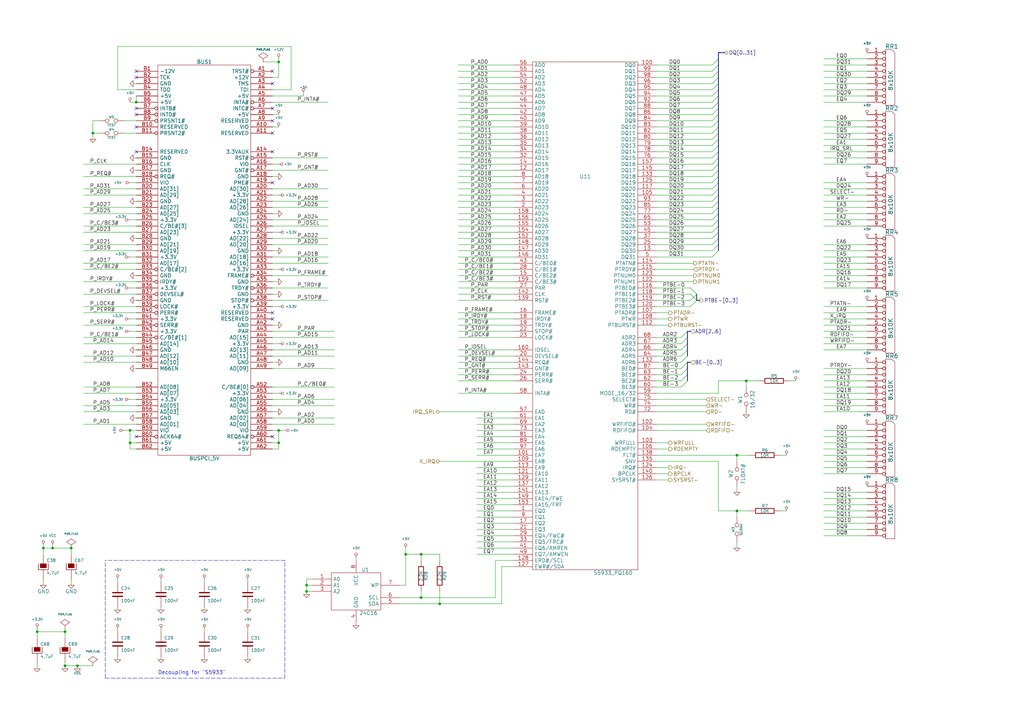
<source format=kicad_sch>
(kicad_sch (version 20230121) (generator eeschema)
  (paper "A3")
  (title_block (title "Video") (date "Sun 22 Mar 2015") (rev "2.0B") (company "Kicad EDA") (comment 1 "Interface Bus PCI"))
  (junction (at 172.72 227.33) (diameter 0.9144))
  (junction (at 29.21 224.79) (diameter 0.9144))
  (junction (at 26.67 259.08) (diameter 0.9144))
  (junction (at 26.67 273.05) (diameter 0.9144))
  (junction (at 172.72 245.11) (diameter 0.9144))
  (junction (at 17.78 224.79) (diameter 0.9144))
  (junction (at 114.3 181.61) (diameter 0.9144))
  (junction (at 53.34 176.53) (diameter 0.9144))
  (junction (at 302.26 186.69) (diameter 0.9144))
  (junction (at 302.26 209.55) (diameter 0.9144))
  (junction (at 125.73 242.57) (diameter 0.9144))
  (junction (at 15.24 259.08) (diameter 0.9144))
  (junction (at 166.37 227.33) (diameter 0.9144))
  (junction (at 38.1 54.61) (diameter 0.9144))
  (junction (at 31.75 273.05) (diameter 0.9144))
  (junction (at 53.34 181.61) (diameter 0.9144))
  (junction (at 180.34 247.65) (diameter 0.9144))
  (junction (at 55.88 41.91) (diameter 0.9144))
  (junction (at 114.3 176.53) (diameter 0.9144))
  (junction (at 125.73 240.03) (diameter 0.9144))
  (junction (at 114.3 25.4) (diameter 0.9144))
  (junction (at 306.07 156.21) (diameter 0.9144))
  (junction (at 21.59 224.79) (diameter 0.9144))
  (no_connect (at 55.88 44.45))
  (no_connect (at 55.88 52.07))
  (no_connect (at 111.76 54.61))
  (no_connect (at 111.76 62.23))
  (no_connect (at 111.76 49.53))
  (no_connect (at 111.76 44.45))
  (no_connect (at 111.76 34.29))
  (no_connect (at 111.76 29.21))
  (no_connect (at 111.76 128.27))
  (no_connect (at 111.76 74.93))
  (no_connect (at 55.88 62.23))
  (no_connect (at 55.88 31.75))
  (no_connect (at 55.88 179.07))
  (no_connect (at 55.88 46.99))
  (no_connect (at 111.76 179.07))
  (no_connect (at 111.76 130.81))
  (no_connect (at 55.88 29.21))
  (bus_entry (at 279.4 146.05) (size 2.54 -2.54) (stroke (width 0.1524)))
  (bus_entry (at 292.1 77.47) (size 2.54 -2.54) (stroke (width 0.1524)))
  (bus_entry (at 292.1 29.21) (size 2.54 -2.54) (stroke (width 0.1524)))
  (bus_entry (at 292.1 62.23) (size 2.54 -2.54) (stroke (width 0.1524)))
  (bus_entry (at 292.1 87.63) (size 2.54 -2.54) (stroke (width 0.1524)))
  (bus_entry (at 292.1 26.67) (size 2.54 -2.54) (stroke (width 0.1524)))
  (bus_entry (at 292.1 80.01) (size 2.54 -2.54) (stroke (width 0.1524)))
  (bus_entry (at 292.1 39.37) (size 2.54 -2.54) (stroke (width 0.1524)))
  (bus_entry (at 292.1 49.53) (size 2.54 -2.54) (stroke (width 0.1524)))
  (bus_entry (at 292.1 102.87) (size 2.54 -2.54) (stroke (width 0.1524)))
  (bus_entry (at 292.1 36.83) (size 2.54 -2.54) (stroke (width 0.1524)))
  (bus_entry (at 279.4 148.59) (size 2.54 -2.54) (stroke (width 0.1524)))
  (bus_entry (at 283.21 120.65) (size 2.54 2.54) (stroke (width 0.1524)))
  (bus_entry (at 292.1 52.07) (size 2.54 -2.54) (stroke (width 0.1524)))
  (bus_entry (at 279.4 140.97) (size 2.54 -2.54) (stroke (width 0.1524)))
  (bus_entry (at 292.1 34.29) (size 2.54 -2.54) (stroke (width 0.1524)))
  (bus_entry (at 292.1 82.55) (size 2.54 -2.54) (stroke (width 0.1524)))
  (bus_entry (at 292.1 46.99) (size 2.54 -2.54) (stroke (width 0.1524)))
  (bus_entry (at 279.4 151.13) (size 2.54 -2.54) (stroke (width 0.1524)))
  (bus_entry (at 283.21 118.11) (size 2.54 2.54) (stroke (width 0.1524)))
  (bus_entry (at 292.1 85.09) (size 2.54 -2.54) (stroke (width 0.1524)))
  (bus_entry (at 279.4 156.21) (size 2.54 -2.54) (stroke (width 0.1524)))
  (bus_entry (at 292.1 67.31) (size 2.54 -2.54) (stroke (width 0.1524)))
  (bus_entry (at 292.1 95.25) (size 2.54 -2.54) (stroke (width 0.1524)))
  (bus_entry (at 292.1 41.91) (size 2.54 -2.54) (stroke (width 0.1524)))
  (bus_entry (at 292.1 74.93) (size 2.54 -2.54) (stroke (width 0.1524)))
  (bus_entry (at 283.21 123.19) (size 2.54 -2.54) (stroke (width 0.1524)))
  (bus_entry (at 292.1 64.77) (size 2.54 -2.54) (stroke (width 0.1524)))
  (bus_entry (at 292.1 92.71) (size 2.54 -2.54) (stroke (width 0.1524)))
  (bus_entry (at 292.1 69.85) (size 2.54 -2.54) (stroke (width 0.1524)))
  (bus_entry (at 279.4 153.67) (size 2.54 -2.54) (stroke (width 0.1524)))
  (bus_entry (at 283.21 125.73) (size 2.54 -2.54) (stroke (width 0.1524)))
  (bus_entry (at 292.1 54.61) (size 2.54 -2.54) (stroke (width 0.1524)))
  (bus_entry (at 279.4 138.43) (size 2.54 -2.54) (stroke (width 0.1524)))
  (bus_entry (at 292.1 105.41) (size 2.54 -2.54) (stroke (width 0.1524)))
  (bus_entry (at 292.1 31.75) (size 2.54 -2.54) (stroke (width 0.1524)))
  (bus_entry (at 292.1 59.69) (size 2.54 -2.54) (stroke (width 0.1524)))
  (bus_entry (at 292.1 57.15) (size 2.54 -2.54) (stroke (width 0.1524)))
  (bus_entry (at 292.1 72.39) (size 2.54 -2.54) (stroke (width 0.1524)))
  (bus_entry (at 292.1 100.33) (size 2.54 -2.54) (stroke (width 0.1524)))
  (bus_entry (at 279.4 143.51) (size 2.54 -2.54) (stroke (width 0.1524)))
  (bus_entry (at 279.4 158.75) (size 2.54 -2.54) (stroke (width 0.1524)))
  (bus_entry (at 292.1 90.17) (size 2.54 -2.54) (stroke (width 0.1524)))
  (bus_entry (at 292.1 44.45) (size 2.54 -2.54) (stroke (width 0.1524)))
  (bus_entry (at 292.1 97.79) (size 2.54 -2.54) (stroke (width 0.1524)))
  (wire (pts (xy 337.82 189.23) (xy 355.6 189.23)))
  (wire (pts (xy 269.24 151.13) (xy 279.4 151.13)))
  (wire (pts (xy 337.82 138.43) (xy 355.6 138.43)))
  (bus (pts (xy 294.64 41.91) (xy 294.64 44.45)))
  (wire (pts (xy 111.76 151.13) (xy 137.16 151.13)))
  (wire (pts (xy 269.24 173.99) (xy 289.56 173.99)))
  (wire (pts (xy 40.64 49.53) (xy 38.1 49.53)))
  (bus (pts (xy 294.64 74.93) (xy 294.64 77.47)))
  (wire (pts (xy 48.26 248.92) (xy 48.26 250.19)))
  (wire (pts (xy 269.24 189.23) (xy 294.64 189.23)))
  (wire (pts (xy 195.58 191.77) (xy 210.82 191.77)))
  (wire (pts (xy 34.29 120.65) (xy 55.88 120.65)))
  (wire (pts (xy 114.3 24.13) (xy 114.3 25.4)))
  (wire (pts (xy 269.24 196.85) (xy 274.32 196.85)))
  (wire (pts (xy 187.96 80.01) (xy 210.82 80.01)))
  (wire (pts (xy 269.24 72.39) (xy 292.1 72.39)))
  (wire (pts (xy 337.82 179.07) (xy 355.6 179.07)))
  (bus (pts (xy 294.64 21.59) (xy 294.64 24.13)))
  (wire (pts (xy 29.21 237.49) (xy 29.21 240.03)))
  (wire (pts (xy 38.1 54.61) (xy 40.64 54.61)))
  (wire (pts (xy 203.2 245.11) (xy 203.2 229.87)))
  (wire (pts (xy 337.82 85.09) (xy 355.6 85.09)))
  (wire (pts (xy 337.82 52.07) (xy 355.6 52.07)))
  (bus (pts (xy 281.94 140.97) (xy 281.94 143.51)))
  (wire (pts (xy 187.96 62.23) (xy 210.82 62.23)))
  (wire (pts (xy 17.78 224.79) (xy 17.78 227.33)))
  (wire (pts (xy 111.76 69.85) (xy 134.62 69.85)))
  (wire (pts (xy 111.76 41.91) (xy 134.62 41.91)))
  (bus (pts (xy 294.64 92.71) (xy 294.64 95.25)))
  (wire (pts (xy 34.29 148.59) (xy 55.88 148.59)))
  (wire (pts (xy 26.67 259.08) (xy 26.67 261.62)))
  (wire (pts (xy 195.58 219.71) (xy 210.82 219.71)))
  (wire (pts (xy 111.76 72.39) (xy 114.3 72.39)))
  (wire (pts (xy 269.24 29.21) (xy 292.1 29.21)))
  (bus (pts (xy 281.94 148.59) (xy 281.94 151.13)))
  (wire (pts (xy 125.73 237.49) (xy 125.73 240.03)))
  (wire (pts (xy 302.26 186.69) (xy 307.34 186.69)))
  (wire (pts (xy 337.82 92.71) (xy 355.6 92.71)))
  (wire (pts (xy 195.58 196.85) (xy 210.82 196.85)))
  (wire (pts (xy 83.82 237.49) (xy 83.82 238.76)))
  (wire (pts (xy 337.82 204.47) (xy 355.6 204.47)))
  (wire (pts (xy 50.8 49.53) (xy 55.88 49.53)))
  (wire (pts (xy 111.76 100.33) (xy 134.62 100.33)))
  (wire (pts (xy 34.29 115.57) (xy 55.88 115.57)))
  (bus (pts (xy 294.64 24.13) (xy 294.64 26.67)))
  (wire (pts (xy 54.61 171.45) (xy 55.88 171.45)))
  (wire (pts (xy 107.95 25.4) (xy 114.3 25.4)))
  (wire (pts (xy 166.37 227.33) (xy 166.37 240.03)))
  (wire (pts (xy 337.82 57.15) (xy 355.6 57.15)))
  (wire (pts (xy 269.24 62.23) (xy 292.1 62.23)))
  (wire (pts (xy 34.29 72.39) (xy 55.88 72.39)))
  (wire (pts (xy 34.29 146.05) (xy 55.88 146.05)))
  (wire (pts (xy 187.96 54.61) (xy 210.82 54.61)))
  (wire (pts (xy 111.76 181.61) (xy 114.3 181.61)))
  (wire (pts (xy 101.6 257.81) (xy 101.6 259.08)))
  (wire (pts (xy 187.96 31.75) (xy 210.82 31.75)))
  (wire (pts (xy 187.96 113.03) (xy 210.82 113.03)))
  (bus (pts (xy 294.64 90.17) (xy 294.64 92.71)))
  (wire (pts (xy 180.34 247.65) (xy 205.74 247.65)))
  (wire (pts (xy 187.96 105.41) (xy 210.82 105.41)))
  (wire (pts (xy 337.82 207.01) (xy 355.6 207.01)))
  (wire (pts (xy 53.34 135.89) (xy 55.88 135.89)))
  (wire (pts (xy 302.26 199.39) (xy 302.26 201.93)))
  (wire (pts (xy 195.58 176.53) (xy 210.82 176.53)))
  (wire (pts (xy 187.96 64.77) (xy 210.82 64.77)))
  (wire (pts (xy 54.61 97.79) (xy 55.88 97.79)))
  (bus (pts (xy 294.64 44.45) (xy 294.64 46.99)))
  (wire (pts (xy 111.76 80.01) (xy 114.3 80.01)))
  (wire (pts (xy 337.82 153.67) (xy 355.6 153.67)))
  (wire (pts (xy 337.82 59.69) (xy 355.6 59.69)))
  (wire (pts (xy 337.82 133.35) (xy 355.6 133.35)))
  (wire (pts (xy 337.82 143.51) (xy 355.6 143.51)))
  (wire (pts (xy 66.04 250.19) (xy 66.04 248.92)))
  (wire (pts (xy 55.88 151.13) (xy 54.61 151.13)))
  (wire (pts (xy 172.72 227.33) (xy 180.34 227.33)))
  (wire (pts (xy 111.76 36.83) (xy 119.38 36.83)))
  (wire (pts (xy 187.96 115.57) (xy 210.82 115.57)))
  (wire (pts (xy 187.96 52.07) (xy 210.82 52.07)))
  (wire (pts (xy 55.88 123.19) (xy 54.61 123.19)))
  (wire (pts (xy 34.29 138.43) (xy 55.88 138.43)))
  (wire (pts (xy 111.76 163.83) (xy 137.16 163.83)))
  (bus (pts (xy 294.64 57.15) (xy 294.64 59.69)))
  (wire (pts (xy 269.24 181.61) (xy 274.32 181.61)))
  (wire (pts (xy 269.24 100.33) (xy 292.1 100.33)))
  (wire (pts (xy 337.82 191.77) (xy 355.6 191.77)))
  (wire (pts (xy 195.58 201.93) (xy 210.82 201.93)))
  (wire (pts (xy 187.96 156.21) (xy 210.82 156.21)))
  (wire (pts (xy 66.04 257.81) (xy 66.04 259.08)))
  (wire (pts (xy 111.76 123.19) (xy 134.62 123.19)))
  (wire (pts (xy 111.76 85.09) (xy 134.62 85.09)))
  (wire (pts (xy 294.64 161.29) (xy 294.64 156.21)))
  (wire (pts (xy 163.83 247.65) (xy 180.34 247.65)))
  (wire (pts (xy 21.59 223.52) (xy 21.59 224.79)))
  (wire (pts (xy 337.82 41.91) (xy 355.6 41.91)))
  (wire (pts (xy 337.82 110.49) (xy 355.6 110.49)))
  (wire (pts (xy 337.82 135.89) (xy 355.6 135.89)))
  (wire (pts (xy 26.67 273.05) (xy 31.75 273.05)))
  (wire (pts (xy 55.88 39.37) (xy 55.88 41.91)))
  (wire (pts (xy 34.29 110.49) (xy 55.88 110.49)))
  (wire (pts (xy 306.07 156.21) (xy 311.15 156.21)))
  (wire (pts (xy 269.24 82.55) (xy 292.1 82.55)))
  (wire (pts (xy 53.34 130.81) (xy 55.88 130.81)))
  (wire (pts (xy 111.76 52.07) (xy 114.3 52.07)))
  (bus (pts (xy 294.64 87.63) (xy 294.64 90.17)))
  (wire (pts (xy 187.96 123.19) (xy 210.82 123.19)))
  (bus (pts (xy 294.64 77.47) (xy 294.64 80.01)))
  (wire (pts (xy 21.59 224.79) (xy 29.21 224.79)))
  (bus (pts (xy 294.64 72.39) (xy 294.64 74.93)))
  (wire (pts (xy 111.76 118.11) (xy 134.62 118.11)))
  (bus (pts (xy 294.64 36.83) (xy 294.64 39.37)))
  (wire (pts (xy 210.82 229.87) (xy 203.2 229.87)))
  (wire (pts (xy 111.76 95.25) (xy 114.3 95.25)))
  (wire (pts (xy 125.73 240.03) (xy 125.73 242.57)))
  (wire (pts (xy 166.37 224.79) (xy 166.37 227.33)))
  (bus (pts (xy 294.64 29.21) (xy 294.64 31.75)))
  (wire (pts (xy 323.85 156.21) (xy 326.39 156.21)))
  (bus (pts (xy 294.64 62.23) (xy 294.64 64.77)))
  (wire (pts (xy 269.24 128.27) (xy 274.32 128.27)))
  (wire (pts (xy 337.82 82.55) (xy 355.6 82.55)))
  (bus (pts (xy 294.64 97.79) (xy 294.64 100.33)))
  (wire (pts (xy 111.76 138.43) (xy 137.16 138.43)))
  (wire (pts (xy 111.76 115.57) (xy 114.3 115.57)))
  (bus (pts (xy 294.64 64.77) (xy 294.64 67.31)))
  (wire (pts (xy 34.29 95.25) (xy 55.88 95.25)))
  (wire (pts (xy 34.29 161.29) (xy 55.88 161.29)))
  (wire (pts (xy 337.82 49.53) (xy 355.6 49.53)))
  (wire (pts (xy 34.29 102.87) (xy 55.88 102.87)))
  (wire (pts (xy 111.76 87.63) (xy 114.3 87.63)))
  (wire (pts (xy 269.24 59.69) (xy 292.1 59.69)))
  (wire (pts (xy 269.24 107.95) (xy 284.48 107.95)))
  (wire (pts (xy 337.82 64.77) (xy 355.6 64.77)))
  (wire (pts (xy 48.26 19.05) (xy 119.38 19.05)))
  (wire (pts (xy 269.24 140.97) (xy 279.4 140.97)))
  (wire (pts (xy 269.24 148.59) (xy 279.4 148.59)))
  (wire (pts (xy 269.24 54.61) (xy 292.1 54.61)))
  (bus (pts (xy 287.02 123.19) (xy 285.75 123.19)))
  (wire (pts (xy 302.26 186.69) (xy 302.26 189.23)))
  (wire (pts (xy 187.96 59.69) (xy 210.82 59.69)))
  (wire (pts (xy 269.24 168.91) (xy 289.56 168.91)))
  (wire (pts (xy 337.82 156.21) (xy 355.6 156.21)))
  (wire (pts (xy 195.58 224.79) (xy 210.82 224.79)))
  (wire (pts (xy 111.76 173.99) (xy 137.16 173.99)))
  (wire (pts (xy 114.3 176.53) (xy 114.3 181.61)))
  (bus (pts (xy 294.64 26.67) (xy 294.64 29.21)))
  (wire (pts (xy 269.24 118.11) (xy 283.21 118.11)))
  (wire (pts (xy 187.96 130.81) (xy 210.82 130.81)))
  (bus (pts (xy 281.94 138.43) (xy 281.94 140.97)))
  (bus (pts (xy 294.64 54.61) (xy 294.64 57.15)))
  (wire (pts (xy 34.29 168.91) (xy 55.88 168.91)))
  (wire (pts (xy 187.96 100.33) (xy 210.82 100.33)))
  (wire (pts (xy 302.26 222.25) (xy 302.26 224.79)))
  (wire (pts (xy 34.29 100.33) (xy 55.88 100.33)))
  (wire (pts (xy 111.76 46.99) (xy 114.3 46.99)))
  (wire (pts (xy 269.24 77.47) (xy 292.1 77.47)))
  (wire (pts (xy 269.24 67.31) (xy 292.1 67.31)))
  (wire (pts (xy 195.58 204.47) (xy 210.82 204.47)))
  (wire (pts (xy 55.88 34.29) (xy 54.61 34.29)))
  (wire (pts (xy 34.29 107.95) (xy 55.88 107.95)))
  (wire (pts (xy 187.96 29.21) (xy 210.82 29.21)))
  (wire (pts (xy 187.96 85.09) (xy 210.82 85.09)))
  (wire (pts (xy 53.34 184.15) (xy 55.88 184.15)))
  (wire (pts (xy 269.24 57.15) (xy 292.1 57.15)))
  (wire (pts (xy 34.29 140.97) (xy 55.88 140.97)))
  (wire (pts (xy 111.76 82.55) (xy 134.62 82.55)))
  (wire (pts (xy 269.24 87.63) (xy 292.1 87.63)))
  (wire (pts (xy 48.26 269.24) (xy 48.26 270.51)))
  (polyline (pts (xy 116.84 278.13) (xy 116.84 229.87)) (stroke (width 0) (type dash)))
  (wire (pts (xy 125.73 242.57) (xy 125.73 243.84)))
  (wire (pts (xy 187.96 49.53) (xy 210.82 49.53)))
  (wire (pts (xy 337.82 214.63) (xy 355.6 214.63)))
  (wire (pts (xy 53.34 118.11) (xy 55.88 118.11)))
  (wire (pts (xy 111.76 113.03) (xy 134.62 113.03)))
  (wire (pts (xy 54.61 82.55) (xy 55.88 82.55)))
  (wire (pts (xy 269.24 138.43) (xy 279.4 138.43)))
  (wire (pts (xy 269.24 163.83) (xy 289.56 163.83)))
  (wire (pts (xy 125.73 237.49) (xy 128.27 237.49)))
  (wire (pts (xy 187.96 97.79) (xy 210.82 97.79)))
  (wire (pts (xy 205.74 247.65) (xy 205.74 232.41)))
  (wire (pts (xy 187.96 146.05) (xy 210.82 146.05)))
  (wire (pts (xy 210.82 232.41) (xy 205.74 232.41)))
  (wire (pts (xy 195.58 179.07) (xy 210.82 179.07)))
  (wire (pts (xy 66.04 238.76) (xy 66.04 237.49)))
  (wire (pts (xy 269.24 64.77) (xy 292.1 64.77)))
  (wire (pts (xy 187.96 26.67) (xy 210.82 26.67)))
  (wire (pts (xy 187.96 44.45) (xy 210.82 44.45)))
  (wire (pts (xy 269.24 36.83) (xy 292.1 36.83)))
  (wire (pts (xy 111.76 67.31) (xy 114.3 67.31)))
  (wire (pts (xy 187.96 128.27) (xy 210.82 128.27)))
  (wire (pts (xy 337.82 67.31) (xy 355.6 67.31)))
  (wire (pts (xy 111.76 102.87) (xy 114.3 102.87)))
  (wire (pts (xy 337.82 125.73) (xy 355.6 125.73)))
  (wire (pts (xy 187.96 87.63) (xy 210.82 87.63)))
  (wire (pts (xy 111.76 176.53) (xy 114.3 176.53)))
  (wire (pts (xy 50.8 176.53) (xy 53.34 176.53)))
  (wire (pts (xy 180.34 189.23) (xy 210.82 189.23)))
  (wire (pts (xy 187.96 138.43) (xy 210.82 138.43)))
  (wire (pts (xy 187.96 110.49) (xy 210.82 110.49)))
  (wire (pts (xy 187.96 72.39) (xy 210.82 72.39)))
  (wire (pts (xy 195.58 171.45) (xy 210.82 171.45)))
  (wire (pts (xy 337.82 163.83) (xy 355.6 163.83)))
  (wire (pts (xy 269.24 191.77) (xy 274.32 191.77)))
  (wire (pts (xy 269.24 161.29) (xy 294.64 161.29)))
  (polyline (pts (xy 43.18 278.13) (xy 43.18 229.87)) (stroke (width 0) (type dash)))
  (wire (pts (xy 34.29 133.35) (xy 55.88 133.35)))
  (wire (pts (xy 187.96 143.51) (xy 210.82 143.51)))
  (wire (pts (xy 101.6 237.49) (xy 101.6 238.76)))
  (wire (pts (xy 195.58 222.25) (xy 210.82 222.25)))
  (wire (pts (xy 320.04 209.55) (xy 322.58 209.55)))
  (wire (pts (xy 269.24 41.91) (xy 292.1 41.91)))
  (wire (pts (xy 187.96 74.93) (xy 210.82 74.93)))
  (wire (pts (xy 55.88 113.03) (xy 54.61 113.03)))
  (wire (pts (xy 111.76 133.35) (xy 114.3 133.35)))
  (wire (pts (xy 172.72 227.33) (xy 172.72 229.87)))
  (wire (pts (xy 269.24 92.71) (xy 292.1 92.71)))
  (wire (pts (xy 195.58 181.61) (xy 210.82 181.61)))
  (wire (pts (xy 166.37 240.03) (xy 163.83 240.03)))
  (wire (pts (xy 187.96 148.59) (xy 210.82 148.59)))
  (wire (pts (xy 195.58 186.69) (xy 210.82 186.69)))
  (wire (pts (xy 55.88 36.83) (xy 48.26 36.83)))
  (wire (pts (xy 187.96 95.25) (xy 210.82 95.25)))
  (wire (pts (xy 54.61 143.51) (xy 55.88 143.51)))
  (wire (pts (xy 269.24 194.31) (xy 274.32 194.31)))
  (wire (pts (xy 34.29 173.99) (xy 55.88 173.99)))
  (bus (pts (xy 294.64 69.85) (xy 294.64 72.39)))
  (wire (pts (xy 269.24 123.19) (xy 283.21 123.19)))
  (wire (pts (xy 53.34 74.93) (xy 55.88 74.93)))
  (bus (pts (xy 294.64 67.31) (xy 294.64 69.85)))
  (wire (pts (xy 187.96 46.99) (xy 210.82 46.99)))
  (wire (pts (xy 337.82 140.97) (xy 355.6 140.97)))
  (bus (pts (xy 281.94 148.59) (xy 283.21 148.59)))
  (wire (pts (xy 53.34 105.41) (xy 55.88 105.41)))
  (wire (pts (xy 180.34 227.33) (xy 180.34 229.87)))
  (wire (pts (xy 101.6 269.24) (xy 101.6 270.51)))
  (wire (pts (xy 111.76 92.71) (xy 134.62 92.71)))
  (wire (pts (xy 195.58 184.15) (xy 210.82 184.15)))
  (wire (pts (xy 269.24 97.79) (xy 292.1 97.79)))
  (wire (pts (xy 269.24 34.29) (xy 292.1 34.29)))
  (wire (pts (xy 195.58 207.01) (xy 210.82 207.01)))
  (wire (pts (xy 195.58 217.17) (xy 210.82 217.17)))
  (wire (pts (xy 48.26 257.81) (xy 48.26 259.08)))
  (wire (pts (xy 337.82 161.29) (xy 355.6 161.29)))
  (wire (pts (xy 15.24 257.81) (xy 15.24 259.08)))
  (wire (pts (xy 195.58 199.39) (xy 210.82 199.39)))
  (wire (pts (xy 195.58 214.63) (xy 210.82 214.63)))
  (wire (pts (xy 269.24 39.37) (xy 292.1 39.37)))
  (wire (pts (xy 337.82 31.75) (xy 355.6 31.75)))
  (wire (pts (xy 26.67 273.05) (xy 26.67 274.32)))
  (wire (pts (xy 31.75 273.05) (xy 31.75 274.32)))
  (wire (pts (xy 269.24 166.37) (xy 289.56 166.37)))
  (wire (pts (xy 306.07 156.21) (xy 306.07 158.75)))
  (wire (pts (xy 269.24 69.85) (xy 292.1 69.85)))
  (wire (pts (xy 269.24 95.25) (xy 292.1 95.25)))
  (wire (pts (xy 111.76 171.45) (xy 137.16 171.45)))
  (wire (pts (xy 111.76 158.75) (xy 137.16 158.75)))
  (wire (pts (xy 269.24 44.45) (xy 292.1 44.45)))
  (wire (pts (xy 269.24 153.67) (xy 279.4 153.67)))
  (wire (pts (xy 83.82 250.19) (xy 83.82 248.92)))
  (wire (pts (xy 166.37 227.33) (xy 172.72 227.33)))
  (wire (pts (xy 337.82 24.13) (xy 355.6 24.13)))
  (bus (pts (xy 285.75 123.19) (xy 285.75 120.65)))
  (wire (pts (xy 187.96 41.91) (xy 210.82 41.91)))
  (bus (pts (xy 281.94 153.67) (xy 281.94 156.21)))
  (wire (pts (xy 34.29 77.47) (xy 55.88 77.47)))
  (bus (pts (xy 294.64 52.07) (xy 294.64 54.61)))
  (wire (pts (xy 187.96 39.37) (xy 210.82 39.37)))
  (wire (pts (xy 187.96 34.29) (xy 210.82 34.29)))
  (wire (pts (xy 111.76 143.51) (xy 137.16 143.51)))
  (wire (pts (xy 180.34 168.91) (xy 210.82 168.91)))
  (wire (pts (xy 15.24 259.08) (xy 26.67 259.08)))
  (wire (pts (xy 269.24 158.75) (xy 279.4 158.75)))
  (wire (pts (xy 187.96 92.71) (xy 210.82 92.71)))
  (wire (pts (xy 146.05 228.6) (xy 146.05 229.87)))
  (wire (pts (xy 294.64 189.23) (xy 294.64 209.55)))
  (wire (pts (xy 187.96 67.31) (xy 210.82 67.31)))
  (wire (pts (xy 269.24 130.81) (xy 274.32 130.81)))
  (wire (pts (xy 337.82 107.95) (xy 355.6 107.95)))
  (wire (pts (xy 337.82 158.75) (xy 355.6 158.75)))
  (bus (pts (xy 294.64 95.25) (xy 294.64 97.79)))
  (wire (pts (xy 15.24 271.78) (xy 15.24 274.32)))
  (wire (pts (xy 269.24 90.17) (xy 292.1 90.17)))
  (wire (pts (xy 34.29 158.75) (xy 55.88 158.75)))
  (wire (pts (xy 114.3 25.4) (xy 114.3 31.75)))
  (wire (pts (xy 111.76 39.37) (xy 124.46 39.37)))
  (bus (pts (xy 281.94 143.51) (xy 281.94 146.05)))
  (wire (pts (xy 337.82 194.31) (xy 355.6 194.31)))
  (wire (pts (xy 337.82 100.33) (xy 355.6 100.33)))
  (wire (pts (xy 111.76 64.77) (xy 134.62 64.77)))
  (wire (pts (xy 34.29 125.73) (xy 55.88 125.73)))
  (wire (pts (xy 269.24 113.03) (xy 284.48 113.03)))
  (wire (pts (xy 337.82 105.41) (xy 355.6 105.41)))
  (wire (pts (xy 146.05 255.27) (xy 146.05 256.54)))
  (wire (pts (xy 269.24 105.41) (xy 292.1 105.41)))
  (wire (pts (xy 306.07 170.18) (xy 306.07 168.91)))
  (polyline (pts (xy 116.84 229.87) (xy 43.18 229.87)) (stroke (width 0) (type dash)))
  (wire (pts (xy 34.29 92.71) (xy 55.88 92.71)))
  (wire (pts (xy 163.83 245.11) (xy 172.72 245.11)))
  (wire (pts (xy 269.24 26.67) (xy 292.1 26.67)))
  (bus (pts (xy 294.64 49.53) (xy 294.64 52.07)))
  (wire (pts (xy 34.29 80.01) (xy 55.88 80.01)))
  (wire (pts (xy 119.38 36.83) (xy 119.38 19.05)))
  (wire (pts (xy 53.34 176.53) (xy 53.34 181.61)))
  (wire (pts (xy 187.96 90.17) (xy 210.82 90.17)))
  (wire (pts (xy 187.96 151.13) (xy 210.82 151.13)))
  (wire (pts (xy 111.76 77.47) (xy 134.62 77.47)))
  (bus (pts (xy 294.64 59.69) (xy 294.64 62.23)))
  (wire (pts (xy 269.24 85.09) (xy 292.1 85.09)))
  (wire (pts (xy 269.24 110.49) (xy 284.48 110.49)))
  (wire (pts (xy 26.67 257.81) (xy 26.67 259.08)))
  (wire (pts (xy 172.72 245.11) (xy 203.2 245.11)))
  (wire (pts (xy 269.24 74.93) (xy 292.1 74.93)))
  (wire (pts (xy 187.96 118.11) (xy 210.82 118.11)))
  (wire (pts (xy 337.82 212.09) (xy 355.6 212.09)))
  (wire (pts (xy 114.3 176.53) (xy 116.84 176.53)))
  (wire (pts (xy 34.29 85.09) (xy 55.88 85.09)))
  (wire (pts (xy 29.21 224.79) (xy 29.21 227.33)))
  (wire (pts (xy 111.76 146.05) (xy 137.16 146.05)))
  (bus (pts (xy 294.64 21.59) (xy 297.18 21.59)))
  (wire (pts (xy 125.73 240.03) (xy 128.27 240.03)))
  (wire (pts (xy 111.76 166.37) (xy 137.16 166.37)))
  (wire (pts (xy 269.24 143.51) (xy 279.4 143.51)))
  (wire (pts (xy 337.82 102.87) (xy 355.6 102.87)))
  (bus (pts (xy 281.94 135.89) (xy 281.94 138.43)))
  (bus (pts (xy 294.64 34.29) (xy 294.64 36.83)))
  (wire (pts (xy 66.04 269.24) (xy 66.04 270.51)))
  (wire (pts (xy 187.96 107.95) (xy 210.82 107.95)))
  (wire (pts (xy 55.88 41.91) (xy 53.34 41.91)))
  (wire (pts (xy 111.76 125.73) (xy 114.3 125.73)))
  (wire (pts (xy 269.24 80.01) (xy 292.1 80.01)))
  (wire (pts (xy 111.76 110.49) (xy 114.3 110.49)))
  (wire (pts (xy 180.34 242.57) (xy 180.34 247.65)))
  (wire (pts (xy 269.24 186.69) (xy 302.26 186.69)))
  (wire (pts (xy 195.58 173.99) (xy 210.82 173.99)))
  (bus (pts (xy 294.64 31.75) (xy 294.64 34.29)))
  (wire (pts (xy 15.24 259.08) (xy 15.24 261.62)))
  (wire (pts (xy 53.34 176.53) (xy 55.88 176.53)))
  (wire (pts (xy 337.82 29.21) (xy 355.6 29.21)))
  (wire (pts (xy 337.82 62.23) (xy 355.6 62.23)))
  (wire (pts (xy 187.96 120.65) (xy 210.82 120.65)))
  (wire (pts (xy 337.82 128.27) (xy 355.6 128.27)))
  (wire (pts (xy 187.96 102.87) (xy 210.82 102.87)))
  (wire (pts (xy 83.82 269.24) (xy 83.82 270.51)))
  (wire (pts (xy 269.24 156.21) (xy 279.4 156.21)))
  (wire (pts (xy 187.96 135.89) (xy 210.82 135.89)))
  (wire (pts (xy 269.24 133.35) (xy 274.32 133.35)))
  (wire (pts (xy 269.24 102.87) (xy 292.1 102.87)))
  (wire (pts (xy 337.82 166.37) (xy 355.6 166.37)))
  (wire (pts (xy 83.82 259.08) (xy 83.82 257.81)))
  (wire (pts (xy 34.29 166.37) (xy 55.88 166.37)))
  (wire (pts (xy 269.24 52.07) (xy 292.1 52.07)))
  (polyline (pts (xy 43.18 278.13) (xy 116.84 278.13)) (stroke (width 0) (type dash)))
  (wire (pts (xy 187.96 153.67) (xy 210.82 153.67)))
  (bus (pts (xy 294.64 100.33) (xy 294.64 102.87)))
  (wire (pts (xy 337.82 74.93) (xy 355.6 74.93)))
  (wire (pts (xy 195.58 209.55) (xy 210.82 209.55)))
  (wire (pts (xy 114.3 184.15) (xy 111.76 184.15)))
  (wire (pts (xy 337.82 113.03) (xy 355.6 113.03)))
  (wire (pts (xy 187.96 57.15) (xy 210.82 57.15)))
  (wire (pts (xy 48.26 36.83) (xy 48.26 19.05)))
  (wire (pts (xy 337.82 118.11) (xy 355.6 118.11)))
  (wire (pts (xy 337.82 39.37) (xy 355.6 39.37)))
  (wire (pts (xy 187.96 69.85) (xy 210.82 69.85)))
  (wire (pts (xy 38.1 49.53) (xy 38.1 54.61)))
  (wire (pts (xy 195.58 212.09) (xy 210.82 212.09)))
  (wire (pts (xy 269.24 146.05) (xy 279.4 146.05)))
  (wire (pts (xy 302.26 209.55) (xy 302.26 212.09)))
  (wire (pts (xy 337.82 77.47) (xy 355.6 77.47)))
  (bus (pts (xy 294.64 82.55) (xy 294.64 85.09)))
  (wire (pts (xy 125.73 242.57) (xy 128.27 242.57)))
  (bus (pts (xy 294.64 39.37) (xy 294.64 41.91)))
  (wire (pts (xy 294.64 209.55) (xy 302.26 209.55)))
  (wire (pts (xy 111.76 135.89) (xy 137.16 135.89)))
  (wire (pts (xy 269.24 46.99) (xy 292.1 46.99)))
  (wire (pts (xy 187.96 77.47) (xy 210.82 77.47)))
  (wire (pts (xy 111.76 161.29) (xy 114.3 161.29)))
  (wire (pts (xy 53.34 181.61) (xy 53.34 184.15)))
  (wire (pts (xy 124.46 39.37) (xy 124.46 38.1)))
  (wire (pts (xy 111.76 168.91) (xy 114.3 168.91)))
  (wire (pts (xy 111.76 107.95) (xy 134.62 107.95)))
  (wire (pts (xy 101.6 250.19) (xy 101.6 248.92)))
  (wire (pts (xy 337.82 186.69) (xy 355.6 186.69)))
  (wire (pts (xy 269.24 125.73) (xy 283.21 125.73)))
  (wire (pts (xy 337.82 184.15) (xy 355.6 184.15)))
  (wire (pts (xy 111.76 90.17) (xy 134.62 90.17)))
  (wire (pts (xy 195.58 194.31) (xy 210.82 194.31)))
  (wire (pts (xy 320.04 186.69) (xy 322.58 186.69)))
  (wire (pts (xy 54.61 69.85) (xy 55.88 69.85)))
  (wire (pts (xy 195.58 227.33) (xy 210.82 227.33)))
  (wire (pts (xy 17.78 237.49) (xy 17.78 240.03)))
  (bus (pts (xy 281.94 151.13) (xy 281.94 153.67)))
  (wire (pts (xy 294.64 156.21) (xy 306.07 156.21)))
  (wire (pts (xy 114.3 31.75) (xy 111.76 31.75)))
  (wire (pts (xy 269.24 184.15) (xy 274.32 184.15)))
  (wire (pts (xy 337.82 80.01) (xy 355.6 80.01)))
  (wire (pts (xy 337.82 181.61) (xy 355.6 181.61)))
  (wire (pts (xy 34.29 128.27) (xy 55.88 128.27)))
  (wire (pts (xy 53.34 163.83) (xy 55.88 163.83)))
  (wire (pts (xy 111.76 120.65) (xy 114.3 120.65)))
  (wire (pts (xy 31.75 273.05) (xy 38.1 273.05)))
  (wire (pts (xy 55.88 64.77) (xy 54.61 64.77)))
  (wire (pts (xy 17.78 224.79) (xy 21.59 224.79)))
  (wire (pts (xy 269.24 120.65) (xy 283.21 120.65)))
  (bus (pts (xy 294.64 80.01) (xy 294.64 82.55)))
  (wire (pts (xy 111.76 97.79) (xy 134.62 97.79)))
  (wire (pts (xy 337.82 168.91) (xy 355.6 168.91)))
  (wire (pts (xy 337.82 176.53) (xy 355.6 176.53)))
  (wire (pts (xy 111.76 148.59) (xy 114.3 148.59)))
  (bus (pts (xy 294.64 46.99) (xy 294.64 49.53)))
  (wire (pts (xy 337.82 151.13) (xy 355.6 151.13)))
  (wire (pts (xy 337.82 34.29) (xy 355.6 34.29)))
  (wire (pts (xy 34.29 87.63) (xy 55.88 87.63)))
  (wire (pts (xy 38.1 54.61) (xy 38.1 57.15)))
  (wire (pts (xy 34.29 67.31) (xy 55.88 67.31)))
  (wire (pts (xy 187.96 36.83) (xy 210.82 36.83)))
  (wire (pts (xy 53.34 181.61) (xy 55.88 181.61)))
  (wire (pts (xy 48.26 237.49) (xy 48.26 238.76)))
  (wire (pts (xy 269.24 49.53) (xy 292.1 49.53)))
  (wire (pts (xy 53.34 90.17) (xy 55.88 90.17)))
  (wire (pts (xy 337.82 201.93) (xy 355.6 201.93)))
  (wire (pts (xy 337.82 130.81) (xy 355.6 130.81)))
  (wire (pts (xy 337.82 90.17) (xy 355.6 90.17)))
  (wire (pts (xy 337.82 219.71) (xy 355.6 219.71)))
  (wire (pts (xy 187.96 161.29) (xy 210.82 161.29)))
  (wire (pts (xy 111.76 105.41) (xy 134.62 105.41)))
  (wire (pts (xy 187.96 82.55) (xy 210.82 82.55)))
  (wire (pts (xy 337.82 36.83) (xy 355.6 36.83)))
  (wire (pts (xy 114.3 181.61) (xy 114.3 184.15)))
  (bus (pts (xy 281.94 135.89) (xy 283.21 135.89)))
  (wire (pts (xy 269.24 115.57) (xy 284.48 115.57)))
  (bus (pts (xy 294.64 85.09) (xy 294.64 87.63)))
  (wire (pts (xy 302.26 209.55) (xy 307.34 209.55)))
  (wire (pts (xy 337.82 217.17) (xy 355.6 217.17)))
  (wire (pts (xy 111.76 140.97) (xy 114.3 140.97)))
  (wire (pts (xy 269.24 31.75) (xy 292.1 31.75)))
  (wire (pts (xy 337.82 115.57) (xy 355.6 115.57)))
  (wire (pts (xy 337.82 54.61) (xy 355.6 54.61)))
  (wire (pts (xy 17.78 223.52) (xy 17.78 224.79)))
  (wire (pts (xy 337.82 26.67) (xy 355.6 26.67)))
  (wire (pts (xy 337.82 209.55) (xy 355.6 209.55)))
  (wire (pts (xy 26.67 271.78) (xy 26.67 273.05)))
  (wire (pts (xy 172.72 242.57) (xy 172.72 245.11)))
  (wire (pts (xy 187.96 133.35) (xy 210.82 133.35)))
  (wire (pts (xy 50.8 54.61) (xy 55.88 54.61)))
  (wire (pts (xy 337.82 87.63) (xy 355.6 87.63)))
  (wire (pts (xy 269.24 176.53) (xy 289.56 176.53)))
  (text "Decoupling for \"S5933\"" (at 64.77 276.86 0) (effects (font (size 1.524 1.524)) (justify left bottom)))
  (label "EA6" (at 342.9 100.33 0) (effects (font (size 1.524 1.524))))
  (label "PTBE-1" (at 271.78 120.65 0) (effects (font (size 1.524 1.524))))
  (label "EA12" (at 198.12 199.39 0) (effects (font (size 1.524 1.524))))
  (label "P_AD23" (at 193.04 85.09 0) (effects (font (size 1.524 1.524))))
  (label "DQ11" (at 342.9 212.09 0) (effects (font (size 1.524 1.524))))
  (label "P_AD26" (at 193.04 92.71 0) (effects (font (size 1.524 1.524))))
  (label "P_C/BE0#" (at 121.92 158.75 0) (effects (font (size 1.524 1.524))))
  (label "P_IDSEL" (at 121.92 92.71 0) (effects (font (size 1.524 1.524))))
  (label "P_AD0" (at 121.92 173.99 0) (effects (font (size 1.524 1.524))))
  (label "P_AD22" (at 193.04 82.55 0) (effects (font (size 1.524 1.524))))
  (label "P_IRDY#" (at 190.5 130.81 0) (effects (font (size 1.524 1.524))))
  (label "DQ8" (at 342.9 219.71 0) (effects (font (size 1.524 1.524))))
  (label "P_AD13" (at 193.04 59.69 0) (effects (font (size 1.524 1.524))))
  (label "EA9" (at 342.9 128.27 0) (effects (font (size 1.524 1.524))))
  (label "P_AD7" (at 38.1 161.29 0) (effects (font (size 1.524 1.524))))
  (label "DQ1" (at 274.32 29.21 0) (effects (font (size 1.524 1.524))))
  (label "EA10" (at 342.9 168.91 0) (effects (font (size 1.524 1.524))))
  (label "DQ30" (at 274.32 102.87 0) (effects (font (size 1.524 1.524))))
  (label "DQ31" (at 274.32 105.41 0) (effects (font (size 1.524 1.524))))
  (label "EA14" (at 342.9 115.57 0) (effects (font (size 1.524 1.524))))
  (label "P_AD30" (at 121.92 77.47 0) (effects (font (size 1.524 1.524))))
  (label "P_AD11" (at 121.92 146.05 0) (effects (font (size 1.524 1.524))))
  (label "DQ0" (at 342.9 176.53 0) (effects (font (size 1.524 1.524))))
  (label "EQ0" (at 342.9 24.13 0) (effects (font (size 1.524 1.524))))
  (label "EQ7" (at 198.12 227.33 0) (effects (font (size 1.524 1.524))))
  (label "P_AD2" (at 121.92 171.45 0) (effects (font (size 1.524 1.524))))
  (label "P_CLK" (at 193.04 120.65 0) (effects (font (size 1.524 1.524))))
  (label "BE-0" (at 271.78 151.13 0) (effects (font (size 1.524 1.524))))
  (label "EQ5" (at 198.12 222.25 0) (effects (font (size 1.524 1.524))))
  (label "EA1" (at 342.9 59.69 0) (effects (font (size 1.524 1.524))))
  (label "DQ12" (at 274.32 57.15 0) (effects (font (size 1.524 1.524))))
  (label "EQ4" (at 198.12 219.71 0) (effects (font (size 1.524 1.524))))
  (label "DQ16" (at 274.32 67.31 0) (effects (font (size 1.524 1.524))))
  (label "P_AD4" (at 121.92 166.37 0) (effects (font (size 1.524 1.524))))
  (label "P_TRDY#" (at 121.92 118.11 0) (effects (font (size 1.524 1.524))))
  (label "P_CLK" (at 36.83 67.31 0) (effects (font (size 1.524 1.524))))
  (label "EA2" (at 342.9 90.17 0) (effects (font (size 1.524 1.524))))
  (label "DQ3" (at 342.9 184.15 0) (effects (font (size 1.524 1.524))))
  (label "DQ17" (at 342.9 118.11 0) (effects (font (size 1.524 1.524))))
  (label "P_INTA#" (at 121.92 41.91 0) (effects (font (size 1.524 1.524))))
  (label "ADR4" (at 271.78 143.51 0) (effects (font (size 1.524 1.524))))
  (label "EA12" (at 342.9 158.75 0) (effects (font (size 1.524 1.524))))
  (label "ADR5" (at 271.78 146.05 0) (effects (font (size 1.524 1.524))))
  (label "DQ7" (at 342.9 194.31 0) (effects (font (size 1.524 1.524))))
  (label "EQ2" (at 342.9 34.29 0) (effects (font (size 1.524 1.524))))
  (label "RD-" (at 342.9 87.63 0) (effects (font (size 1.524 1.524))))
  (label "DQ25" (at 342.9 92.71 0) (effects (font (size 1.524 1.524))))
  (label "DQ4" (at 274.32 36.83 0) (effects (font (size 1.524 1.524))))
  (label "DQ26" (at 342.9 64.77 0) (effects (font (size 1.524 1.524))))
  (label "PTADR-" (at 340.36 133.35 0) (effects (font (size 1.524 1.524))))
  (label "P_SERR#" (at 190.5 156.21 0) (effects (font (size 1.524 1.524))))
  (label "P_C/BE1#" (at 36.83 138.43 0) (effects (font (size 1.524 1.524))))
  (label "P_AD24" (at 121.92 90.17 0) (effects (font (size 1.524 1.524))))
  (label "EQ3" (at 342.9 36.83 0) (effects (font (size 1.524 1.524))))
  (label "DQ23" (at 342.9 107.95 0) (effects (font (size 1.524 1.524))))
  (label "EA2" (at 198.12 173.99 0) (effects (font (size 1.524 1.524))))
  (label "P_AD4" (at 193.04 36.83 0) (effects (font (size 1.524 1.524))))
  (label "P_AD16" (at 193.04 67.31 0) (effects (font (size 1.524 1.524))))
  (label "EA5" (at 198.12 181.61 0) (effects (font (size 1.524 1.524))))
  (label "DQ10" (at 274.32 52.07 0) (effects (font (size 1.524 1.524))))
  (label "DQ9" (at 342.9 217.17 0) (effects (font (size 1.524 1.524))))
  (label "P_FRAME#" (at 190.5 128.27 0) (effects (font (size 1.524 1.524))))
  (label "DQ15" (at 342.9 201.93 0) (effects (font (size 1.524 1.524))))
  (label "P_AD12" (at 38.1 146.05 0) (effects (font (size 1.524 1.524))))
  (label "DQ8" (at 274.32 46.99 0) (effects (font (size 1.524 1.524))))
  (label "DQ15" (at 274.32 64.77 0) (effects (font (size 1.524 1.524))))
  (label "P_C/BE2#" (at 190.5 113.03 0) (effects (font (size 1.524 1.524))))
  (label "EQ6" (at 198.12 224.79 0) (effects (font (size 1.524 1.524))))
  (label "P_AD17" (at 36.83 107.95 0) (effects (font (size 1.524 1.524))))
  (label "DQ19" (at 342.9 166.37 0) (effects (font (size 1.524 1.524))))
  (label "DQ16" (at 342.9 113.03 0) (effects (font (size 1.524 1.524))))
  (label "DQ13" (at 342.9 207.01 0) (effects (font (size 1.524 1.524))))
  (label "P_AD15" (at 121.92 138.43 0) (effects (font (size 1.524 1.524))))
  (label "P_AD28" (at 193.04 97.79 0) (effects (font (size 1.524 1.524))))
  (label "P_IRDY#" (at 36.83 115.57 0) (effects (font (size 1.524 1.524))))
  (label "P_AD14" (at 38.1 140.97 0) (effects (font (size 1.524 1.524))))
  (label "DQ19" (at 274.32 74.93 0) (effects (font (size 1.524 1.524))))
  (label "DQ26" (at 274.32 92.71 0) (effects (font (size 1.524 1.524))))
  (label "P_PERR#" (at 36.83 128.27 0) (effects (font (size 1.524 1.524))))
  (label "DQ18" (at 274.32 72.39 0) (effects (font (size 1.524 1.524))))
  (label "P_PAR" (at 193.04 118.11 0) (effects (font (size 1.524 1.524))))
  (label "DQ2" (at 342.9 181.61 0) (effects (font (size 1.524 1.524))))
  (label "P_AD19" (at 193.04 74.93 0) (effects (font (size 1.524 1.524))))
  (label "DQ24" (at 342.9 77.47 0) (effects (font (size 1.524 1.524))))
  (label "DQ13" (at 274.32 59.69 0) (effects (font (size 1.524 1.524))))
  (label "BE-1" (at 271.78 153.67 0) (effects (font (size 1.524 1.524))))
  (label "EA14" (at 198.12 204.47 0) (effects (font (size 1.524 1.524))))
  (label "EA15" (at 198.12 207.01 0) (effects (font (size 1.524 1.524))))
  (label "P_C/BE2#" (at 36.83 110.49 0) (effects (font (size 1.524 1.524))))
  (label "DQ29" (at 274.32 100.33 0) (effects (font (size 1.524 1.524))))
  (label "EQ1" (at 198.12 212.09 0) (effects (font (size 1.524 1.524))))
  (label "EA3" (at 198.12 176.53 0) (effects (font (size 1.524 1.524))))
  (label "EA7" (at 342.9 143.51 0) (effects (font (size 1.524 1.524))))
  (label "P_GNT#" (at 121.92 69.85 0) (effects (font (size 1.524 1.524))))
  (label "BE-2" (at 271.78 156.21 0) (effects (font (size 1.524 1.524))))
  (label "EA3" (at 342.9 85.09 0) (effects (font (size 1.524 1.524))))
  (label "P_AD28" (at 121.92 82.55 0) (effects (font (size 1.524 1.524))))
  (label "EA11" (at 342.9 163.83 0) (effects (font (size 1.524 1.524))))
  (label "ADR6" (at 271.78 148.59 0) (effects (font (size 1.524 1.524))))
  (label "P_C/BE1#" (at 190.5 110.49 0) (effects (font (size 1.524 1.524))))
  (label "DQ27" (at 274.32 95.25 0) (effects (font (size 1.524 1.524))))
  (label "P_AD9" (at 121.92 151.13 0) (effects (font (size 1.524 1.524))))
  (label "P_AD10" (at 38.1 148.59 0) (effects (font (size 1.524 1.524))))
  (label "DQ22" (at 342.9 102.87 0) (effects (font (size 1.524 1.524))))
  (label "EQ0" (at 198.12 209.55 0) (effects (font (size 1.524 1.524))))
  (label "DQ7" (at 274.32 44.45 0) (effects (font (size 1.524 1.524))))
  (label "P_AD6" (at 193.04 41.91 0) (effects (font (size 1.524 1.524))))
  (label "P_FRAME#" (at 121.92 113.03 0) (effects (font (size 1.524 1.524))))
  (label "EQ6" (at 342.9 49.53 0) (effects (font (size 1.524 1.524))))
  (label "P_AD2" (at 193.04 31.75 0) (effects (font (size 1.524 1.524))))
  (label "DQ24" (at 274.32 87.63 0) (effects (font (size 1.524 1.524))))
  (label "P_AD8" (at 193.04 46.99 0) (effects (font (size 1.524 1.524))))
  (label "P_AD20" (at 121.92 100.33 0) (effects (font (size 1.524 1.524))))
  (label "EA4" (at 342.9 74.93 0) (effects (font (size 1.524 1.524))))
  (label "P_PERR#" (at 190.5 153.67 0) (effects (font (size 1.524 1.524))))
  (label "P_AD3" (at 38.1 168.91 0) (effects (font (size 1.524 1.524))))
  (label "P_C/BE3#" (at 36.83 92.71 0) (effects (font (size 1.524 1.524))))
  (label "RDFIFO-" (at 340.36 138.43 0) (effects (font (size 1.524 1.524))))
  (label "EA9" (at 198.12 191.77 0) (effects (font (size 1.524 1.524))))
  (label "P_AD5" (at 38.1 166.37 0) (effects (font (size 1.524 1.524))))
  (label "DQ9" (at 274.32 49.53 0) (effects (font (size 1.524 1.524))))
  (label "P_AD31" (at 193.04 105.41 0) (effects (font (size 1.524 1.524))))
  (label "ADR3" (at 271.78 140.97 0) (effects (font (size 1.524 1.524))))
  (label "PTBE-2" (at 271.78 123.19 0) (effects (font (size 1.524 1.524))))
  (label "EA10" (at 198.12 194.31 0) (effects (font (size 1.524 1.524))))
  (label "P_REQ#" (at 36.83 72.39 0) (effects (font (size 1.524 1.524))))
  (label "P_GNT#" (at 190.5 151.13 0) (effects (font (size 1.524 1.524))))
  (label "P_AD15" (at 193.04 64.77 0) (effects (font (size 1.524 1.524))))
  (label "P_LOCK#" (at 36.83 125.73 0) (effects (font (size 1.524 1.524))))
  (label "P_AD16" (at 121.92 107.95 0) (effects (font (size 1.524 1.524))))
  (label "EA15" (at 342.9 110.49 0) (effects (font (size 1.524 1.524))))
  (label "P_AD27" (at 36.83 85.09 0) (effects (font (size 1.524 1.524))))
  (label "P_RST#" (at 121.92 64.77 0) (effects (font (size 1.524 1.524))))
  (label "DQ20" (at 274.32 77.47 0) (effects (font (size 1.524 1.524))))
  (label "PTBE-0" (at 271.78 118.11 0) (effects (font (size 1.524 1.524))))
  (label "P_AD29" (at 193.04 100.33 0) (effects (font (size 1.524 1.524))))
  (label "DQ30" (at 342.9 31.75 0) (effects (font (size 1.524 1.524))))
  (label "ADR2" (at 271.78 138.43 0) (effects (font (size 1.524 1.524))))
  (label "P_SERR#" (at 36.83 133.35 0) (effects (font (size 1.524 1.524))))
  (label "EQ1" (at 342.9 29.21 0) (effects (font (size 1.524 1.524))))
  (label "P_C/BE0#" (at 190.5 107.95 0) (effects (font (size 1.524 1.524))))
  (label "DQ25" (at 274.32 90.17 0) (effects (font (size 1.524 1.524))))
  (label "DQ20" (at 342.9 153.67 0) (effects (font (size 1.524 1.524))))
  (label "P_AD21" (at 193.04 80.01 0) (effects (font (size 1.524 1.524))))
  (label "P_AD11" (at 193.04 54.61 0) (effects (font (size 1.524 1.524))))
  (label "P_LOCK#" (at 190.5 138.43 0) (effects (font (size 1.524 1.524))))
  (label "P_AD30" (at 193.04 102.87 0) (effects (font (size 1.524 1.524))))
  (label "P_AD18" (at 193.04 72.39 0) (effects (font (size 1.524 1.524))))
  (label "P_AD7" (at 193.04 44.45 0) (effects (font (size 1.524 1.524))))
  (label "DQ5" (at 342.9 189.23 0) (effects (font (size 1.524 1.524))))
  (label "DQ12" (at 342.9 209.55 0) (effects (font (size 1.524 1.524))))
  (label "P_AD26" (at 121.92 85.09 0) (effects (font (size 1.524 1.524))))
  (label "P_STOP#" (at 121.92 123.19 0) (effects (font (size 1.524 1.524))))
  (label "P_STOP#" (at 190.5 135.89 0) (effects (font (size 1.524 1.524))))
  (label "EA4" (at 198.12 179.07 0) (effects (font (size 1.524 1.524))))
  (label "DQ10" (at 342.9 214.63 0) (effects (font (size 1.524 1.524))))
  (label "P_DEVSEL#" (at 36.83 120.65 0) (effects (font (size 1.524 1.524))))
  (label "P_AD0" (at 193.04 26.67 0) (effects (font (size 1.524 1.524))))
  (label "DQ6" (at 274.32 41.91 0) (effects (font (size 1.524 1.524))))
  (label "P_AD9" (at 193.04 49.53 0) (effects (font (size 1.524 1.524))))
  (label "DQ28" (at 274.32 97.79 0) (effects (font (size 1.524 1.524))))
  (label "DQ21" (at 342.9 135.89 0) (effects (font (size 1.524 1.524))))
  (label "IRQ_SRL" (at 340.36 62.23 0) (effects (font (size 1.524 1.524))))
  (label "P_AD6" (at 121.92 163.83 0) (effects (font (size 1.524 1.524))))
  (label "P_AD13" (at 121.92 143.51 0) (effects (font (size 1.524 1.524))))
  (label "EQ2" (at 198.12 214.63 0) (effects (font (size 1.524 1.524))))
  (label "P_AD14" (at 193.04 62.23 0) (effects (font (size 1.524 1.524))))
  (label "EA5" (at 342.9 105.41 0) (effects (font (size 1.524 1.524))))
  (label "DQ5" (at 274.32 39.37 0) (effects (font (size 1.524 1.524))))
  (label "DQ1" (at 342.9 179.07 0) (effects (font (size 1.524 1.524))))
  (label "P_C/BE3#" (at 190.5 115.57 0) (effects (font (size 1.524 1.524))))
  (label "DQ4" (at 342.9 186.69 0) (effects (font (size 1.524 1.524))))
  (label "DQ23" (at 274.32 85.09 0) (effects (font (size 1.524 1.524))))
  (label "EA13" (at 198.12 201.93 0) (effects (font (size 1.524 1.524))))
  (label "DQ21" (at 274.32 80.01 0) (effects (font (size 1.524 1.524))))
  (label "P_AD19" (at 36.83 102.87 0) (effects (font (size 1.524 1.524))))
  (label "EQ7" (at 342.9 67.31 0) (effects (font (size 1.524 1.524))))
  (label "P_INTA#" (at 190.5 161.29 0) (effects (font (size 1.524 1.524))))
  (label "P_AD25" (at 36.83 87.63 0) (effects (font (size 1.524 1.524))))
  (label "P_AD23" (at 36.83 95.25 0) (effects (font (size 1.524 1.524))))
  (label "P_PAR" (at 121.92 135.89 0) (effects (font (size 1.524 1.524))))
  (label "P_AD3" (at 193.04 34.29 0) (effects (font (size 1.524 1.524))))
  (label "P_AD10" (at 193.04 52.07 0) (effects (font (size 1.524 1.524))))
  (label "DQ6" (at 342.9 191.77 0) (effects (font (size 1.524 1.524))))
  (label "DQ14" (at 342.9 204.47 0) (effects (font (size 1.524 1.524))))
  (label "P_AD18" (at 121.92 105.41 0) (effects (font (size 1.524 1.524))))
  (label "DQ3" (at 274.32 34.29 0) (effects (font (size 1.524 1.524))))
  (label "EA6" (at 198.12 184.15 0) (effects (font (size 1.524 1.524))))
  (label "EQ5" (at 342.9 54.61 0) (effects (font (size 1.524 1.524))))
  (label "PTBE-3" (at 271.78 125.73 0) (effects (font (size 1.524 1.524))))
  (label "DQ22" (at 274.32 82.55 0) (effects (font (size 1.524 1.524))))
  (label "X_IRQ" (at 340.36 130.81 0) (effects (font (size 1.524 1.524))))
  (label "DQ14" (at 274.32 62.23 0) (effects (font (size 1.524 1.524))))
  (label "P_AD21" (at 36.83 100.33 0) (effects (font (size 1.524 1.524))))
  (label "P_AD12" (at 193.04 57.15 0) (effects (font (size 1.524 1.524))))
  (label "P_AD1" (at 193.04 29.21 0) (effects (font (size 1.524 1.524))))
  (label "P_AD22" (at 121.92 97.79 0) (effects (font (size 1.524 1.524))))
  (label "P_DEVSEL#" (at 190.5 146.05 0) (effects (font (size 1.524 1.524))))
  (label "EA1" (at 198.12 171.45 0) (effects (font (size 1.524 1.524))))
  (label "DQ27" (at 342.9 57.15 0) (effects (font (size 1.524 1.524))))
  (label "WRFIFO-" (at 340.36 140.97 0) (effects (font (size 1.524 1.524))))
  (label "P_AD25" (at 193.04 90.17 0) (effects (font (size 1.524 1.524))))
  (label "P_AD31" (at 36.83 77.47 0) (effects (font (size 1.524 1.524))))
  (label "DQ17" (at 274.32 69.85 0) (effects (font (size 1.524 1.524))))
  (label "PTATN-" (at 340.36 125.73 0) (effects (font (size 1.524 1.524))))
  (label "P_AD29" (at 36.83 80.01 0) (effects (font (size 1.524 1.524))))
  (label "P_TRDY#" (at 190.5 133.35 0) (effects (font (size 1.524 1.524))))
  (label "P_AD5" (at 193.04 39.37 0) (effects (font (size 1.524 1.524))))
  (label "P_IDSEL" (at 190.5 143.51 0) (effects (font (size 1.524 1.524))))
  (label "P_AD1" (at 38.1 173.99 0) (effects (font (size 1.524 1.524))))
  (label "DQ18" (at 342.9 161.29 0) (effects (font (size 1.524 1.524))))
  (label "P_AD27" (at 193.04 95.25 0) (effects (font (size 1.524 1.524))))
  (label "DQ0" (at 274.32 26.67 0) (effects (font (size 1.524 1.524))))
  (label "P_AD8" (at 38.1 158.75 0) (effects (font (size 1.524 1.524))))
  (label "DQ11" (at 274.32 54.61 0) (effects (font (size 1.524 1.524))))
  (label "BE-3" (at 271.78 158.75 0) (effects (font (size 1.524 1.524))))
  (label "DQ29" (at 342.9 39.37 0) (effects (font (size 1.524 1.524))))
  (label "P_RST#" (at 193.04 123.19 0) (effects (font (size 1.524 1.524))))
  (label "SELECT-" (at 340.36 80.01 0) (effects (font (size 1.524 1.524))))
  (label "P_AD24" (at 193.04 87.63 0) (effects (font (size 1.524 1.524))))
  (label "EA11" (at 198.12 196.85 0) (effects (font (size 1.524 1.524))))
  (label "P_AD20" (at 193.04 77.47 0) (effects (font (size 1.524 1.524))))
  (label "DQ31" (at 342.9 26.67 0) (effects (font (size 1.524 1.524))))
  (label "DQ2" (at 274.32 31.75 0) (effects (font (size 1.524 1.524))))
  (label "EQ3" (at 198.12 217.17 0) (effects (font (size 1.524 1.524))))
  (label "P_AD17" (at 193.04 69.85 0) (effects (font (size 1.524 1.524))))
  (label "P_REQ#" (at 190.5 148.59 0) (effects (font (size 1.524 1.524))))
  (label "PTRDY-" (at 340.36 151.13 0) (effects (font (size 1.524 1.524))))
  (label "EQ4" (at 342.9 41.91 0) (effects (font (size 1.524 1.524))))
  (label "WR-" (at 342.9 82.55 0) (effects (font (size 1.524 1.524))))
  (label "EA13" (at 342.9 156.21 0) (effects (font (size 1.524 1.524))))
  (label "DQ28" (at 342.9 52.07 0) (effects (font (size 1.524 1.524))))
  (label "EA7" (at 198.12 186.69 0) (effects (font (size 1.524 1.524))))
  (hierarchical_label "RDEMPTY" (shape output) (at 274.32 184.15 0) (effects (font (size 1.524 1.524))))
  (hierarchical_label "PTWR" (shape output) (at 274.32 130.81 0) (effects (font (size 1.524 1.524))))
  (hierarchical_label "PTNUM1" (shape output) (at 284.48 115.57 0) (effects (font (size 1.524 1.524))))
  (hierarchical_label "IRQ_SRL" (shape bidirectional) (at 180.34 168.91 180) (effects (font (size 1.524 1.524))))
  (hierarchical_label "ADR[2..6]" (shape input) (at 283.21 135.89 0) (effects (font (size 1.524 1.524))))
  (hierarchical_label "SELECT-" (shape input) (at 289.56 163.83 0) (effects (font (size 1.524 1.524))))
  (hierarchical_label "WRFIFO-" (shape input) (at 289.56 173.99 0) (effects (font (size 1.524 1.524))))
  (hierarchical_label "IRQ-" (shape output) (at 274.32 191.77 0) (effects (font (size 1.524 1.524))))
  (hierarchical_label "RDFIFO-" (shape input) (at 289.56 176.53 0) (effects (font (size 1.524 1.524))))
  (hierarchical_label "PTRDY-" (shape input) (at 284.48 110.49 0) (effects (font (size 1.524 1.524))))
  (hierarchical_label "PTADR-" (shape output) (at 274.32 128.27 0) (effects (font (size 1.524 1.524))))
  (hierarchical_label "PTBURST-" (shape output) (at 274.32 133.35 0) (effects (font (size 1.524 1.524))))
  (hierarchical_label "PTATN-" (shape output) (at 284.48 107.95 0) (effects (font (size 1.524 1.524))))
  (hierarchical_label "WR-" (shape input) (at 289.56 166.37 0) (effects (font (size 1.524 1.524))))
  (hierarchical_label "PTBE-[0..3]" (shape output) (at 287.02 123.19 0) (effects (font (size 1.524 1.524))))
  (hierarchical_label "WRFULL" (shape output) (at 274.32 181.61 0) (effects (font (size 1.524 1.524))))
  (hierarchical_label "X_IRQ" (shape bidirectional) (at 180.34 189.23 180) (effects (font (size 1.524 1.524))))
  (hierarchical_label "SYSRST-" (shape output) (at 274.32 196.85 0) (effects (font (size 1.524 1.524))))
  (hierarchical_label "BE-[0..3]" (shape input) (at 283.21 148.59 0) (effects (font (size 1.524 1.524))))
  (hierarchical_label "BPCLK" (shape output) (at 274.32 194.31 0) (effects (font (size 1.524 1.524))))
  (hierarchical_label "RD-" (shape input) (at 289.56 168.91 0) (effects (font (size 1.524 1.524))))
  (hierarchical_label "DQ[0..31]" (shape bidirectional) (at 297.18 21.59 0) (effects (font (size 1.524 1.524))))
  (hierarchical_label "PTNUM0" (shape output) (at 284.48 113.03 0) (effects (font (size 1.524 1.524))))
  (symbol (lib_id "video_schlib:S5933_PQ160") (at 240.03 129.54 0) (unit 1)
    (property "Reference" "U11" (at 240.03 72.39 0) (effects (font (size 1.524 1.524))))
    (property "Value" "S5933_PQ160" (at 251.46 234.95 0) (effects (font (size 1.524 1.524))))
    (property "Footprint" "Package_QFP:PQFP-160_28x28mm_P0.65mm" (effects hide))
  )
  (symbol (lib_id "video_schlib:GND") (at 54.61 34.29 270) (unit 1)
    (property "Reference" "#GND086" (effects hide))
    (property "Value" "GND" (effects hide))
  )
  (symbol (lib_id "video_schlib:GND") (at 54.61 64.77 270) (unit 1)
    (property "Reference" "#GND087" (effects hide))
    (property "Value" "GND" (effects hide))
  )
  (symbol (lib_id "video_schlib:GND") (at 54.61 69.85 270) (unit 1)
    (property "Reference" "#GND088" (effects hide))
    (property "Value" "GND" (effects hide))
  )
  (symbol (lib_id "video_schlib:GND") (at 54.61 82.55 270) (unit 1)
    (property "Reference" "#GND089" (effects hide))
    (property "Value" "GND" (effects hide))
  )
  (symbol (lib_id "video_schlib:GND") (at 54.61 97.79 270) (unit 1)
    (property "Reference" "#GND090" (effects hide))
    (property "Value" "GND" (effects hide))
  )
  (symbol (lib_id "video_schlib:GND") (at 54.61 113.03 270) (unit 1)
    (property "Reference" "#GND091" (effects hide))
    (property "Value" "GND" (effects hide))
  )
  (symbol (lib_id "video_schlib:GND") (at 54.61 123.19 270) (unit 1)
    (property "Reference" "#GND092" (effects hide))
    (property "Value" "GND" (effects hide))
  )
  (symbol (lib_id "video_schlib:GND") (at 54.61 143.51 270) (unit 1)
    (property "Reference" "#GND093" (effects hide))
    (property "Value" "GND" (effects hide))
  )
  (symbol (lib_id "video_schlib:GND") (at 54.61 151.13 270) (unit 1)
    (property "Reference" "#GND094" (effects hide))
    (property "Value" "GND" (effects hide))
  )
  (symbol (lib_id "video_schlib:GND") (at 54.61 171.45 270) (unit 1)
    (property "Reference" "#GND095" (effects hide))
    (property "Value" "GND" (effects hide))
  )
  (symbol (lib_id "video_schlib:GND") (at 114.3 168.91 90) (unit 1)
    (property "Reference" "#GND096" (effects hide))
    (property "Value" "GND" (effects hide))
  )
  (symbol (lib_id "video_schlib:GND") (at 114.3 148.59 90) (unit 1)
    (property "Reference" "#GND097" (effects hide))
    (property "Value" "GND" (effects hide))
  )
  (symbol (lib_id "video_schlib:GND") (at 114.3 133.35 90) (unit 1)
    (property "Reference" "#GND098" (effects hide))
    (property "Value" "GND" (effects hide))
  )
  (symbol (lib_id "video_schlib:GND") (at 114.3 120.65 90) (unit 1)
    (property "Reference" "#GND099" (effects hide))
    (property "Value" "GND" (effects hide))
  )
  (symbol (lib_id "video_schlib:GND") (at 114.3 115.57 90) (unit 1)
    (property "Reference" "#GND0100" (effects hide))
    (property "Value" "GND" (effects hide))
  )
  (symbol (lib_id "video_schlib:GND") (at 114.3 102.87 90) (unit 1)
    (property "Reference" "#GND0101" (effects hide))
    (property "Value" "GND" (effects hide))
  )
  (symbol (lib_id "video_schlib:GND") (at 114.3 87.63 90) (unit 1)
    (property "Reference" "#GND0102" (effects hide))
    (property "Value" "GND" (effects hide))
  )
  (symbol (lib_id "video_schlib:GND") (at 114.3 72.39 90) (unit 1)
    (property "Reference" "#GND0103" (effects hide))
    (property "Value" "GND" (effects hide))
  )
  (symbol (lib_id "video_schlib:TEST") (at 45.72 54.61 0) (unit 1)
    (property "Reference" "W4" (at 45.72 53.086 0) (effects (font (size 1.016 1.016))))
    (property "Value" "TEST" (at 45.72 56.388 0) (effects (font (size 1.016 1.016))))
    (property "Footprint" "Connector_PinHeader_2.54mm:PinHeader_1x02_P2.54mm_Vertical" (effects hide))
  )
  (symbol (lib_id "video_schlib:TEST") (at 45.72 49.53 0) (unit 1)
    (property "Reference" "W5" (at 45.72 48.006 0) (effects (font (size 1.016 1.016))))
    (property "Value" "TEST" (at 45.72 51.308 0) (effects (font (size 1.016 1.016))))
    (property "Footprint" "Connector_PinHeader_2.54mm:PinHeader_1x02_P2.54mm_Vertical" (effects hide))
  )
  (symbol (lib_id "video_schlib:GND") (at 38.1 57.15 0) (unit 1)
    (property "Reference" "#GND0104" (effects hide))
    (property "Value" "GND" (effects hide))
  )
  (symbol (lib_id "video_schlib:BUSPCI-5V") (at 83.82 106.68 0) (unit 1)
    (property "Reference" "BUS1" (at 83.82 25.4 0) (effects (font (size 1.524 1.524))))
    (property "Value" "BUSPCI_5V" (at 83.82 187.96 0) (effects (font (size 1.524 1.524))))
    (property "Footprint" "Connectors:BUSPCI" (effects hide))
  )
  (symbol (lib_id "video_schlib:R") (at 317.5 156.21 90) (unit 1)
    (property "Reference" "R5" (at 317.5 154.178 90))
    (property "Value" "10K" (at 317.5 156.21 90))
    (property "Footprint" "Resistor_SMD:R_1206_3216Metric_Pad1.24x1.80mm_HandSolder" (effects hide))
  )
  (symbol (lib_id "video_schlib:TEST") (at 306.07 163.83 90) (unit 1)
    (property "Reference" "W1" (at 303.53 163.83 0) (effects (font (size 1.524 1.524))))
    (property "Value" "16/32" (at 308.61 163.83 0) (effects (font (size 1.524 1.524))))
    (property "Footprint" "Connectors:GS2" (effects hide))
  )
  (symbol (lib_id "video_schlib:GND") (at 306.07 170.18 0) (unit 1)
    (property "Reference" "#GND0105" (effects hide))
    (property "Value" "GND" (effects hide))
  )
  (symbol (lib_id "video_schlib:TEST") (at 302.26 194.31 90) (unit 1)
    (property "Reference" "W2" (at 299.72 194.31 0) (effects (font (size 1.524 1.524))))
    (property "Value" "FLOAT#" (at 304.8 194.31 0) (effects (font (size 1.524 1.524))))
    (property "Footprint" "Connectors:GS2" (effects hide))
  )
  (symbol (lib_id "video_schlib:GND") (at 302.26 201.93 0) (unit 1)
    (property "Reference" "#GND0106" (effects hide))
    (property "Value" "GND" (effects hide))
  )
  (symbol (lib_id "video_schlib:R") (at 313.69 186.69 90) (unit 1)
    (property "Reference" "R6" (at 313.69 184.658 90))
    (property "Value" "10K" (at 313.69 186.69 90))
    (property "Footprint" "Resistor_SMD:R_1206_3216Metric_Pad1.24x1.80mm_HandSolder" (effects hide))
  )
  (symbol (lib_id "video_schlib:GND") (at 302.26 224.79 0) (unit 1)
    (property "Reference" "#GND0107" (effects hide))
    (property "Value" "GND" (effects hide))
  )
  (symbol (lib_id "video_schlib:R") (at 313.69 209.55 90) (unit 1)
    (property "Reference" "R7" (at 313.69 207.518 90))
    (property "Value" "10K" (at 313.69 209.55 90))
    (property "Footprint" "Resistor_SMD:R_1206_3216Metric_Pad1.24x1.80mm_HandSolder" (effects hide))
  )
  (symbol (lib_id "video_schlib:TEST") (at 302.26 217.17 90) (unit 1)
    (property "Reference" "W3" (at 300.736 217.17 0) (effects (font (size 1.016 1.016))))
    (property "Value" "SERNV" (at 304.038 217.17 0) (effects (font (size 1.016 1.016))))
    (property "Footprint" "Connectors:GS2" (effects hide))
  )
  (symbol (lib_id "video_schlib:GND") (at 125.73 243.84 0) (unit 1)
    (property "Reference" "#GND0108" (effects hide))
    (property "Value" "GND" (effects hide))
  )
  (symbol (lib_id "video_schlib:R") (at 172.72 236.22 0) (unit 1)
    (property "Reference" "R28" (at 174.752 236.22 90))
    (property "Value" "2,2K" (at 172.72 236.22 90))
    (property "Footprint" "Resistor_SMD:R_1206_3216Metric_Pad1.24x1.80mm_HandSolder" (effects hide))
  )
  (symbol (lib_id "video_schlib:R") (at 180.34 236.22 0) (unit 1)
    (property "Reference" "R29" (at 182.372 236.22 90))
    (property "Value" "2,2K" (at 180.34 236.22 90))
    (property "Footprint" "Resistor_SMD:R_1206_3216Metric_Pad1.24x1.80mm_HandSolder" (effects hide))
  )
  (symbol (lib_id "video_schlib:C") (at 48.26 243.84 0) (unit 1)
    (property "Reference" "C24" (at 49.53 241.3 0) (effects (justify left)))
    (property "Value" "100nF" (at 49.53 246.38 0) (effects (justify left)))
    (property "Footprint" "Resistor_SMD:R_1206_3216Metric_Pad1.24x1.80mm_HandSolder" (effects hide))
  )
  (symbol (lib_id "video_schlib:GND") (at 48.26 250.19 0) (unit 1)
    (property "Reference" "#GND0109" (effects hide))
    (property "Value" "GND" (effects hide))
  )
  (symbol (lib_id "video_schlib:C") (at 66.04 243.84 0) (unit 1)
    (property "Reference" "C25" (at 67.31 241.3 0) (effects (justify left)))
    (property "Value" "100nF" (at 67.31 246.38 0) (effects (justify left)))
    (property "Footprint" "Resistor_SMD:R_1206_3216Metric_Pad1.24x1.80mm_HandSolder" (effects hide))
  )
  (symbol (lib_id "video_schlib:GND") (at 66.04 250.19 0) (unit 1)
    (property "Reference" "#GND0110" (effects hide))
    (property "Value" "GND" (effects hide))
  )
  (symbol (lib_id "video_schlib:C") (at 83.82 243.84 0) (unit 1)
    (property "Reference" "C26" (at 85.09 241.3 0) (effects (justify left)))
    (property "Value" "100nF" (at 85.09 246.38 0) (effects (justify left)))
    (property "Footprint" "Resistor_SMD:R_1206_3216Metric_Pad1.24x1.80mm_HandSolder" (effects hide))
  )
  (symbol (lib_id "video_schlib:GND") (at 83.82 250.19 0) (unit 1)
    (property "Reference" "#GND0111" (effects hide))
    (property "Value" "GND" (effects hide))
  )
  (symbol (lib_id "video_schlib:C") (at 101.6 243.84 0) (unit 1)
    (property "Reference" "C27" (at 102.87 241.3 0) (effects (justify left)))
    (property "Value" "100nF" (at 102.87 246.38 0) (effects (justify left)))
    (property "Footprint" "Resistor_SMD:R_1206_3216Metric_Pad1.24x1.80mm_HandSolder" (effects hide))
  )
  (symbol (lib_id "video_schlib:GND") (at 101.6 250.19 0) (unit 1)
    (property "Reference" "#GND0112" (effects hide))
    (property "Value" "GND" (effects hide))
  )
  (symbol (lib_id "video_schlib:C") (at 48.26 264.16 0) (unit 1)
    (property "Reference" "C28" (at 49.53 261.62 0) (effects (justify left)))
    (property "Value" "100nF" (at 49.53 266.7 0) (effects (justify left)))
    (property "Footprint" "Resistor_SMD:R_1206_3216Metric_Pad1.24x1.80mm_HandSolder" (effects hide))
  )
  (symbol (lib_id "video_schlib:GND") (at 48.26 270.51 0) (unit 1)
    (property "Reference" "#GND0113" (effects hide))
    (property "Value" "GND" (effects hide))
  )
  (symbol (lib_id "video_schlib:C") (at 66.04 264.16 0) (unit 1)
    (property "Reference" "C29" (at 67.31 261.62 0) (effects (justify left)))
    (property "Value" "100nF" (at 67.31 266.7 0) (effects (justify left)))
    (property "Footprint" "Resistor_SMD:R_1206_3216Metric_Pad1.24x1.80mm_HandSolder" (effects hide))
  )
  (symbol (lib_id "video_schlib:GND") (at 66.04 270.51 0) (unit 1)
    (property "Reference" "#GND0114" (effects hide))
    (property "Value" "GND" (effects hide))
  )
  (symbol (lib_id "video_schlib:C") (at 83.82 264.16 0) (unit 1)
    (property "Reference" "C30" (at 85.09 261.62 0) (effects (justify left)))
    (property "Value" "100nF" (at 85.09 266.7 0) (effects (justify left)))
    (property "Footprint" "Resistor_SMD:R_1206_3216Metric_Pad1.24x1.80mm_HandSolder" (effects hide))
  )
  (symbol (lib_id "video_schlib:GND") (at 83.82 270.51 0) (unit 1)
    (property "Reference" "#GND0115" (effects hide))
    (property "Value" "GND" (effects hide))
  )
  (symbol (lib_id "video_schlib:C") (at 101.6 264.16 0) (unit 1)
    (property "Reference" "C31" (at 102.87 261.62 0) (effects (justify left)))
    (property "Value" "100nF" (at 102.87 266.7 0) (effects (justify left)))
    (property "Footprint" "Resistor_SMD:R_1206_3216Metric_Pad1.24x1.80mm_HandSolder" (effects hide))
  )
  (symbol (lib_id "video_schlib:GND") (at 101.6 270.51 0) (unit 1)
    (property "Reference" "#GND0116" (effects hide))
    (property "Value" "GND" (effects hide))
  )
  (symbol (lib_id "video_schlib:CP") (at 17.78 232.41 0) (unit 1)
    (property "Reference" "C38" (at 19.05 229.87 0) (effects (justify left)))
    (property "Value" "4,7uF" (at 19.05 234.95 0) (effects (justify left)))
    (property "Footprint" "Resistor_SMD:R_1206_3216Metric_Pad1.24x1.80mm_HandSolder" (effects hide))
  )
  (symbol (lib_id "video_schlib:GND") (at 17.78 240.03 0) (unit 1)
    (property "Reference" "#GND0117" (effects hide))
    (property "Value" "GND" (at 17.78 242.57 0) (effects (font (size 1.524 1.524))))
  )
  (symbol (lib_id "video_schlib:24C16") (at 146.05 242.57 0) (unit 1)
    (property "Reference" "U1" (at 149.86 233.68 0) (effects (font (size 1.524 1.524))))
    (property "Value" "24C16" (at 151.13 251.46 0) (effects (font (size 1.524 1.524))))
    (property "Footprint" "Package_DIP:DIP-8_W7.62mm" (effects hide))
  )
  (symbol (lib_id "video_schlib:CP") (at 29.21 232.41 0) (unit 1)
    (property "Reference" "C67" (at 30.48 229.87 0) (effects (justify left)))
    (property "Value" "4,7uF" (at 30.48 234.95 0) (effects (justify left)))
    (property "Footprint" "Resistor_SMD:R_1206_3216Metric_Pad1.24x1.80mm_HandSolder" (effects hide))
  )
  (symbol (lib_id "video_schlib:CP") (at 26.67 266.7 0) (unit 1)
    (property "Reference" "C69" (at 27.94 264.16 0) (effects (justify left)))
    (property "Value" "4,7uF" (at 27.94 269.24 0) (effects (justify left)))
    (property "Footprint" "Resistor_SMD:R_1206_3216Metric_Pad1.24x1.80mm_HandSolder" (effects hide))
  )
  (symbol (lib_id "video_schlib:+3.3V") (at 15.24 257.81 0) (unit 1)
    (property "Reference" "#PWR082" (effects hide))
    (property "Value" "+3.3V" (at 15.24 254 0) (effects (font (size 1.016 1.016))))
  )
  (symbol (lib_id "video_schlib:VCC") (at 21.59 223.52 0) (unit 1)
    (property "Reference" "#PWR081" (effects hide))
    (property "Value" "VCC" (at 21.59 219.71 0) (effects (font (size 1.016 1.016))))
  )
  (symbol (lib_id "video_schlib:VSS") (at 31.75 274.32 0) (unit 1)
    (property "Reference" "#PWR080" (effects hide))
    (property "Value" "VSS" (at 31.75 276.098 0) (effects (font (size 1.016 1.016))))
  )
  (symbol (lib_id "video_schlib:PWR_FLAG") (at 29.21 224.79 0) (unit 1)
    (property "Reference" "#FLG079" (effects hide))
    (property "Value" "PWR_FLAG" (at 29.21 218.948 0) (effects (font (size 0.762 0.762))))
  )
  (symbol (lib_id "video_schlib:PWR_FLAG") (at 107.95 25.4 0) (unit 1)
    (property "Reference" "#FLG078" (effects hide))
    (property "Value" "PWR_FLAG" (at 107.95 20.32 0) (effects (font (size 0.762 0.762))))
  )
  (symbol (lib_id "video_schlib:PWR_FLAG") (at 38.1 273.05 0) (unit 1)
    (property "Reference" "#FLG076" (effects hide))
    (property "Value" "PWR_FLAG" (at 38.1 267.208 0) (effects (font (size 0.762 0.762))))
  )
  (symbol (lib_id "video_schlib:PWR_FLAG") (at 26.67 257.81 0) (unit 1)
    (property "Reference" "#FLG077" (effects hide))
    (property "Value" "PWR_FLAG" (at 26.67 251.968 0) (effects (font (size 0.762 0.762))))
  )
  (symbol (lib_id "video_schlib:+5V") (at 17.78 223.52 0) (unit 1)
    (property "Reference" "#+0129" (effects hide))
    (property "Value" "+5V" (at 17.78 219.71 0) (effects (font (size 1.016 1.016))))
  )
  (symbol (lib_id "video_schlib:+3.3V") (at 114.3 140.97 270) (unit 1)
    (property "Reference" "#+0128" (effects hide))
    (property "Value" "+3.3V" (at 119.38 140.97 90) (effects (font (size 1.016 1.016))))
  )
  (symbol (lib_id "video_schlib:+3.3V") (at 114.3 80.01 270) (unit 1)
    (property "Reference" "#+0127" (effects hide))
    (property "Value" "+3.3V" (at 119.38 80.01 90) (effects (font (size 1.016 1.016))))
  )
  (symbol (lib_id "video_schlib:+5V") (at 101.6 257.81 0) (unit 1)
    (property "Reference" "#+0126" (effects hide))
    (property "Value" "+5V" (at 101.6 254 0) (effects (font (size 1.016 1.016))))
  )
  (symbol (lib_id "video_schlib:+5V") (at 83.82 257.81 0) (unit 1)
    (property "Reference" "#+0125" (effects hide))
    (property "Value" "+5V" (at 83.82 254 0) (effects (font (size 1.016 1.016))))
  )
  (symbol (lib_id "video_schlib:+5V") (at 66.04 257.81 0) (unit 1)
    (property "Reference" "#+0124" (effects hide))
    (property "Value" "+5V" (at 66.04 254 0) (effects (font (size 1.016 1.016))))
  )
  (symbol (lib_id "video_schlib:+5V") (at 48.26 257.81 0) (unit 1)
    (property "Reference" "#+0123" (effects hide))
    (property "Value" "+5V" (at 48.26 254 0) (effects (font (size 1.016 1.016))))
  )
  (symbol (lib_id "video_schlib:+5V") (at 166.37 224.79 0) (unit 1)
    (property "Reference" "#+0118" (effects hide))
    (property "Value" "+5V" (at 166.37 220.98 0) (effects (font (size 1.016 1.016))))
  )
  (symbol (lib_id "video_schlib:+5V") (at 101.6 237.49 0) (unit 1)
    (property "Reference" "#+0122" (effects hide))
    (property "Value" "+5V" (at 101.6 233.68 0) (effects (font (size 1.016 1.016))))
  )
  (symbol (lib_id "video_schlib:+5V") (at 48.26 237.49 0) (unit 1)
    (property "Reference" "#+0119" (effects hide))
    (property "Value" "+5V" (at 48.26 233.68 0) (effects (font (size 1.016 1.016))))
  )
  (symbol (lib_id "video_schlib:+5V") (at 83.82 237.49 0) (unit 1)
    (property "Reference" "#+0121" (effects hide))
    (property "Value" "+5V" (at 83.82 233.68 0) (effects (font (size 1.016 1.016))))
  )
  (symbol (lib_id "video_schlib:+5V") (at 66.04 237.49 0) (unit 1)
    (property "Reference" "#+0120" (effects hide))
    (property "Value" "+5V" (at 66.04 233.68 0) (effects (font (size 1.016 1.016))))
  )
  (symbol (lib_id "video_schlib:+5V") (at 53.34 74.93 90) (unit 1)
    (property "Reference" "#+0148" (effects hide))
    (property "Value" "+5V" (at 48.26 74.93 90) (effects (font (size 1.016 1.016))))
  )
  (symbol (lib_id "video_schlib:+3.3V") (at 114.3 161.29 270) (unit 1)
    (property "Reference" "#+0149" (effects hide))
    (property "Value" "+3.3V" (at 119.38 161.29 90) (effects (font (size 1.016 1.016))))
  )
  (symbol (lib_id "video_schlib:+3.3V") (at 114.3 125.73 270) (unit 1)
    (property "Reference" "#+0150" (effects hide))
    (property "Value" "+3.3V" (at 119.38 125.73 90) (effects (font (size 1.016 1.016))))
  )
  (symbol (lib_id "video_schlib:+3.3V") (at 114.3 110.49 270) (unit 1)
    (property "Reference" "#+0151" (effects hide))
    (property "Value" "+3.3V" (at 119.38 110.49 90) (effects (font (size 1.016 1.016))))
  )
  (symbol (lib_id "video_schlib:+3.3V") (at 114.3 95.25 270) (unit 1)
    (property "Reference" "#+0152" (effects hide))
    (property "Value" "+3.3V" (at 119.38 95.25 90) (effects (font (size 1.016 1.016))))
  )
  (symbol (lib_id "video_schlib:+5V") (at 116.84 176.53 270) (unit 1)
    (property "Reference" "#+0153" (effects hide))
    (property "Value" "+5V" (at 120.65 176.53 90) (effects (font (size 1.016 1.016))))
  )
  (symbol (lib_id "video_schlib:+5V") (at 326.39 156.21 0) (unit 1)
    (property "Reference" "#+0154" (effects hide))
    (property "Value" "+5V" (at 326.39 152.4 0) (effects (font (size 1.016 1.016))))
  )
  (symbol (lib_id "video_schlib:+5V") (at 322.58 186.69 0) (unit 1)
    (property "Reference" "#+0155" (effects hide))
    (property "Value" "+5V" (at 322.58 182.88 0) (effects (font (size 1.016 1.016))))
  )
  (symbol (lib_id "video_schlib:+5V") (at 322.58 209.55 0) (unit 1)
    (property "Reference" "#+0156" (effects hide))
    (property "Value" "+5V" (at 322.58 205.74 0) (effects (font (size 1.016 1.016))))
  )
  (symbol (lib_id "video_schlib:+5V") (at 114.3 46.99 0) (unit 1)
    (property "Reference" "#+0157" (effects hide))
    (property "Value" "+5V" (at 114.3 43.18 0) (effects (font (size 1.016 1.016))))
  )
  (symbol (lib_id "video_schlib:+5V") (at 114.3 52.07 0) (unit 1)
    (property "Reference" "#+0158" (effects hide))
    (property "Value" "+5V" (at 114.3 48.26 0) (effects (font (size 1.016 1.016))))
  )
  (symbol (lib_id "video_schlib:+5V") (at 114.3 67.31 270) (unit 1)
    (property "Reference" "#+0159" (effects hide))
    (property "Value" "+5V" (at 118.11 67.31 90) (effects (font (size 1.016 1.016))))
  )
  (symbol (lib_id "video_schlib:+5V") (at 124.46 38.1 0) (unit 1)
    (property "Reference" "#+0130" (effects hide))
    (property "Value" "+5V" (at 124.46 35.814 0) (effects (font (size 1.016 1.016))))
  )
  (symbol (lib_id "video_schlib:+12V") (at 114.3 24.13 0) (unit 1)
    (property "Reference" "#+0131" (effects hide))
    (property "Value" "+12V" (at 114.3 20.32 0) (effects (font (size 1.016 1.016))))
  )
  (symbol (lib_id "video_schlib:+5V") (at 355.6 21.59 0) (unit 1)
    (property "Reference" "#+0132" (effects hide))
    (property "Value" "+5V" (at 355.6 17.78 0) (effects (font (size 1.016 1.016))))
  )
  (symbol (lib_id "video_schlib:+5V") (at 355.6 46.99 0) (unit 1)
    (property "Reference" "#+0133" (effects hide))
    (property "Value" "+5V" (at 355.6 43.18 0) (effects (font (size 1.016 1.016))))
  )
  (symbol (lib_id "video_schlib:+5V") (at 355.6 72.39 0) (unit 1)
    (property "Reference" "#+0134" (effects hide))
    (property "Value" "+5V" (at 355.6 68.58 0) (effects (font (size 1.016 1.016))))
  )
  (symbol (lib_id "video_schlib:+5V") (at 355.6 97.79 0) (unit 1)
    (property "Reference" "#+0135" (effects hide))
    (property "Value" "+5V" (at 355.6 93.98 0) (effects (font (size 1.016 1.016))))
  )
  (symbol (lib_id "video_schlib:+5V") (at 355.6 123.19 0) (unit 1)
    (property "Reference" "#+0136" (effects hide))
    (property "Value" "+5V" (at 355.6 119.38 0) (effects (font (size 1.016 1.016))))
  )
  (symbol (lib_id "video_schlib:+5V") (at 355.6 148.59 0) (unit 1)
    (property "Reference" "#+0137" (effects hide))
    (property "Value" "+5V" (at 355.6 144.78 0) (effects (font (size 1.016 1.016))))
  )
  (symbol (lib_id "video_schlib:+5V") (at 355.6 173.99 0) (unit 1)
    (property "Reference" "#+0138" (effects hide))
    (property "Value" "+5V" (at 355.6 170.18 0) (effects (font (size 1.016 1.016))))
  )
  (symbol (lib_id "video_schlib:+5V") (at 355.6 199.39 0) (unit 1)
    (property "Reference" "#+0139" (effects hide))
    (property "Value" "+5V" (at 355.6 195.58 0) (effects (font (size 1.016 1.016))))
  )
  (symbol (lib_id "video_schlib:+3.3V") (at 53.34 90.17 90) (unit 1)
    (property "Reference" "#+0140" (effects hide))
    (property "Value" "+3.3V" (at 49.53 88.9 90) (effects (font (size 1.016 1.016))))
  )
  (symbol (lib_id "video_schlib:+3.3V") (at 53.34 105.41 90) (unit 1)
    (property "Reference" "#+0141" (effects hide))
    (property "Value" "+3.3V" (at 49.53 104.14 90) (effects (font (size 1.016 1.016))))
  )
  (symbol (lib_id "video_schlib:+3.3V") (at 53.34 118.11 90) (unit 1)
    (property "Reference" "#+0142" (effects hide))
    (property "Value" "+3.3V" (at 49.53 116.84 90) (effects (font (size 1.016 1.016))))
  )
  (symbol (lib_id "video_schlib:+3.3V") (at 53.34 130.81 90) (unit 1)
    (property "Reference" "#+0143" (effects hide))
    (property "Value" "+3.3V" (at 48.26 129.54 90) (effects (font (size 1.016 1.016))))
  )
  (symbol (lib_id "video_schlib:+3.3V") (at 53.34 135.89 90) (unit 1)
    (property "Reference" "#+0144" (effects hide))
    (property "Value" "+3.3V" (at 48.26 134.62 90) (effects (font (size 1.016 1.016))))
  )
  (symbol (lib_id "video_schlib:+3.3V") (at 53.34 163.83 90) (unit 1)
    (property "Reference" "#+0145" (effects hide))
    (property "Value" "+3.3V" (at 48.26 163.83 90) (effects (font (size 1.016 1.016))))
  )
  (symbol (lib_id "video_schlib:+5V") (at 50.8 176.53 90) (unit 1)
    (property "Reference" "#+0146" (effects hide))
    (property "Value" "+5V" (at 46.99 176.53 0) (effects (font (size 1.016 1.016))))
  )
  (symbol (lib_id "video_schlib:+5V") (at 53.34 41.91 0) (unit 1)
    (property "Reference" "#+0147" (effects hide))
    (property "Value" "+5V" (at 53.34 38.1 0) (effects (font (size 1.016 1.016))))
  )
  (symbol (lib_id "video_schlib:GND") (at 26.67 274.32 0) (unit 1)
    (property "Reference" "#GND083" (effects hide))
    (property "Value" "GND" (effects hide))
  )
  (symbol (lib_id "video_schlib:GND") (at 15.24 274.32 0) (unit 1)
    (property "Reference" "#GND084" (effects hide))
    (property "Value" "GND" (effects hide))
  )
  (symbol (lib_id "video_schlib:GND") (at 29.21 240.03 0) (unit 1)
    (property "Reference" "#GND085" (effects hide))
    (property "Value" "GND" (at 29.21 242.57 0) (effects (font (size 1.524 1.524))))
  )
  (symbol (lib_id "video_schlib:CP") (at 15.24 266.7 0) (unit 1)
    (property "Reference" "C68" (at 16.51 264.16 0) (effects (justify left)))
    (property "Value" "4,7uF" (at 16.51 269.24 0) (effects (justify left)))
    (property "Footprint" "Resistor_SMD:R_1206_3216Metric_Pad1.24x1.80mm_HandSolder" (effects hide))
  )
  (symbol (lib_id "video_schlib:GND") (at 146.05 256.54 0) (unit 1)
    (property "Reference" "#PWR0160" (effects hide))
    (property "Value" "GND" (effects hide))
  )
  (symbol (lib_id "video_schlib:+5V") (at 146.05 228.6 0) (unit 1)
    (property "Reference" "#+0161" (effects hide))
    (property "Value" "+5V" (at 146.05 224.79 0) (effects (font (size 1.016 1.016))))
  )
  (symbol (lib_id "video_schlib:RR8") (at 364.49 185.42 0) (unit 1)
    (property "Reference" "RR7" (at 365.76 171.45 0) (effects (font (size 1.778 1.778))))
    (property "Value" "8x10K" (at 365.252 185.42 90) (effects (font (size 1.778 1.778))))
    (property "Footprint" "Resistor_THT:R_Array_SIP9" (effects hide))
  )
  (symbol (lib_id "video_schlib:RR8") (at 364.49 160.02 0) (unit 1)
    (property "Reference" "RR6" (at 365.76 146.05 0) (effects (font (size 1.778 1.778))))
    (property "Value" "8x10K" (at 365.252 160.02 90) (effects (font (size 1.778 1.778))))
    (property "Footprint" "Resistor_THT:R_Array_SIP9" (effects hide))
  )
  (symbol (lib_id "video_schlib:RR8") (at 364.49 109.22 0) (unit 1)
    (property "Reference" "RR4" (at 365.76 95.25 0) (effects (font (size 1.778 1.778))))
    (property "Value" "8x10K" (at 365.252 109.22 90) (effects (font (size 1.778 1.778))))
    (property "Footprint" "Resistor_THT:R_Array_SIP9" (effects hide))
  )
  (symbol (lib_id "video_schlib:RR8") (at 364.49 210.82 0) (unit 1)
    (property "Reference" "RR8" (at 365.76 196.85 0) (effects (font (size 1.778 1.778))))
    (property "Value" "8x10K" (at 365.252 210.82 90) (effects (font (size 1.778 1.778))))
    (property "Footprint" "Resistor_THT:R_Array_SIP9" (effects hide))
  )
  (symbol (lib_id "video_schlib:RR8") (at 364.49 83.82 0) (unit 1)
    (property "Reference" "RR3" (at 365.76 69.85 0) (effects (font (size 1.778 1.778))))
    (property "Value" "8x10K" (at 365.252 83.82 90) (effects (font (size 1.778 1.778))))
    (property "Footprint" "Resistor_THT:R_Array_SIP9" (effects hide))
  )
  (symbol (lib_id "video_schlib:RR8") (at 364.49 134.62 0) (unit 1)
    (property "Reference" "RR5" (at 365.76 120.65 0) (effects (font (size 1.778 1.778))))
    (property "Value" "8x10K" (at 365.252 134.62 90) (effects (font (size 1.778 1.778))))
    (property "Footprint" "Resistor_THT:R_Array_SIP9" (effects hide))
  )
  (symbol (lib_id "video_schlib:RR8") (at 364.49 58.42 0) (unit 1)
    (property "Reference" "RR2" (at 365.76 44.45 0) (effects (font (size 1.778 1.778))))
    (property "Value" "8x10K" (at 365.252 58.42 90) (effects (font (size 1.778 1.778))))
    (property "Footprint" "Resistor_THT:R_Array_SIP9" (effects hide))
  )
  (symbol (lib_id "video_schlib:RR8") (at 364.49 33.02 0) (unit 1)
    (property "Reference" "RR1" (at 365.76 19.05 0) (effects (font (size 1.778 1.778))))
    (property "Value" "8x10K" (at 365.252 33.02 90) (effects (font (size 1.778 1.778))))
    (property "Footprint" "Resistor_THT:R_Array_SIP9" (effects hide))
  )
)
</source>
